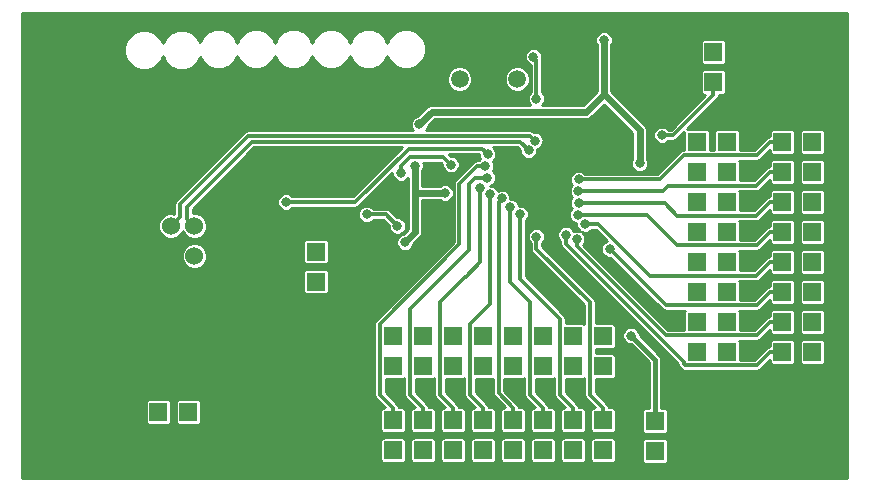
<source format=gbr>
G04 #@! TF.FileFunction,Copper,L1,Top,Signal*
%FSLAX46Y46*%
G04 Gerber Fmt 4.6, Leading zero omitted, Abs format (unit mm)*
G04 Created by KiCad (PCBNEW no-vcs-found-undefined) date Sun Nov 13 20:57:18 2016*
%MOMM*%
%LPD*%
G01*
G04 APERTURE LIST*
%ADD10C,0.150000*%
%ADD11C,2.700020*%
%ADD12C,1.524000*%
%ADD13C,6.000000*%
%ADD14R,1.524000X1.524000*%
%ADD15C,1.501140*%
%ADD16C,0.800000*%
%ADD17C,0.400000*%
%ADD18C,0.300000*%
%ADD19C,0.200000*%
%ADD20C,0.600000*%
%ADD21C,0.800000*%
%ADD22C,0.254000*%
G04 APERTURE END LIST*
D10*
D11*
X10541000Y14701520D03*
X10541000Y26700480D03*
D12*
X13241020Y21971000D03*
X13241020Y19431000D03*
X15240000Y19431000D03*
X15240000Y21971000D03*
D13*
X66040000Y35560000D03*
X5080000Y35560000D03*
X5080000Y5080000D03*
X66040000Y5080000D03*
D14*
X59182000Y34163000D03*
X59182000Y36703000D03*
X60325000Y29083000D03*
X57785000Y29083000D03*
X57785000Y26543000D03*
X60325000Y26543000D03*
X60325000Y24003000D03*
X57785000Y24003000D03*
X57785000Y21463000D03*
X60325000Y21463000D03*
X57785000Y18923000D03*
X60325000Y18923000D03*
X60325000Y16383000D03*
X57785000Y16383000D03*
X60325000Y13843000D03*
X57785000Y13843000D03*
X57785000Y11303000D03*
X60325000Y11303000D03*
X67564000Y29083000D03*
X65024000Y29083000D03*
X67564000Y26543000D03*
X65024000Y26543000D03*
X65024000Y24003000D03*
X67564000Y24003000D03*
X67564000Y21463000D03*
X65024000Y21463000D03*
X65024000Y18923000D03*
X67564000Y18923000D03*
X67564000Y16383000D03*
X65024000Y16383000D03*
X65024000Y13843000D03*
X67564000Y13843000D03*
X65024000Y11303000D03*
X67564000Y11303000D03*
X49847500Y10096500D03*
X49847500Y12636500D03*
X47307500Y12636500D03*
X47307500Y10096500D03*
X44767500Y10096500D03*
X44767500Y12636500D03*
X42227500Y12636500D03*
X42227500Y10096500D03*
X39687500Y10096500D03*
X39687500Y12636500D03*
X37147500Y12636500D03*
X37147500Y10096500D03*
X34607500Y10096500D03*
X34607500Y12636500D03*
X32067500Y12636500D03*
X32067500Y10096500D03*
X49847500Y2984500D03*
X49847500Y5524500D03*
X47307500Y5524500D03*
X47307500Y2984500D03*
X44767500Y2984500D03*
X44767500Y5524500D03*
X42227500Y2984500D03*
X42227500Y5524500D03*
X39687500Y2984500D03*
X39687500Y5524500D03*
X37147500Y5524500D03*
X37147500Y2984500D03*
X34607500Y5524500D03*
X34607500Y2984500D03*
X32067500Y5524500D03*
X32067500Y2984500D03*
X54229000Y5461000D03*
X54229000Y2921000D03*
X14732000Y3683000D03*
X12192000Y3683000D03*
X14732000Y6223000D03*
X12192000Y6223000D03*
X14732000Y8763000D03*
X12192000Y8763000D03*
X22987000Y17272000D03*
X22987000Y19812000D03*
X25527000Y17272000D03*
X25527000Y19812000D03*
X28067000Y17272000D03*
X28067000Y19812000D03*
D15*
X37691060Y34417000D03*
X42572940Y34417000D03*
D16*
X31546800Y31242000D03*
X27983907Y27743693D03*
X17272000Y18745200D03*
X50901600Y18237196D03*
X55312652Y13605860D03*
X50292000Y14986000D03*
X51308000Y14732000D03*
X43561000Y23748996D03*
X43434000Y25527000D03*
X43561000Y26543000D03*
X41783000Y26670000D03*
X42799000Y24511000D03*
X48107600Y28752800D03*
X49580800Y31038800D03*
X42418000Y28194000D03*
X46652261Y28683612D03*
X45084997Y29336997D03*
X44831000Y28480998D03*
X38862000Y30480000D03*
X7620000Y39116000D03*
X8763000Y38100000D03*
X38608000Y39243000D03*
X37338000Y39243000D03*
X36068000Y39116000D03*
X34798000Y39116000D03*
X20701000Y3048000D03*
X22098000Y3429000D03*
X26416000Y3556000D03*
X26543000Y4953000D03*
X33020000Y19304000D03*
X31242000Y18288000D03*
X30099000Y17145000D03*
X30099000Y15748000D03*
X51689000Y36576000D03*
X45720000Y36703000D03*
X38100000Y32766000D03*
X36322000Y33147000D03*
X35052000Y33147000D03*
X51943000Y4445000D03*
X52070000Y5842000D03*
X51943000Y7493000D03*
X51689000Y10922000D03*
X51054000Y11430000D03*
X51435000Y13716000D03*
X45339000Y25400000D03*
X45339000Y26543000D03*
X46355000Y27305000D03*
X33912391Y27066642D03*
X33051780Y20597533D03*
X52933600Y27279602D03*
X34289998Y30584967D03*
X36449002Y24765000D03*
X49911000Y37719000D03*
X54813200Y29667200D03*
X47764043Y25922389D03*
X47735779Y24922776D03*
X47759488Y23923045D03*
X47681352Y22926090D03*
X48310800Y22148800D03*
X50393600Y20015200D03*
X47614228Y20864358D03*
X46685200Y21234400D03*
X44196000Y21082000D03*
X42802615Y22974551D03*
X41991331Y23559223D03*
X41263903Y24309233D03*
X40285763Y24643155D03*
X39445885Y25185952D03*
X40045640Y26060401D03*
X39869006Y27044690D03*
X52197000Y12699994D03*
X32715202Y26466800D03*
X36957000Y27178002D03*
X32408816Y21982416D03*
X29819600Y22961600D03*
X43942000Y36322000D03*
X44196000Y32766000D03*
X40060880Y28041600D03*
X22987000Y24003000D03*
X44069000Y29210000D03*
X43524451Y28371257D03*
D17*
X31546800Y31242000D02*
X33451800Y33147000D01*
X33451800Y33147000D02*
X35052000Y33147000D01*
X23882893Y27743693D02*
X27983907Y27743693D01*
X17272000Y21132800D02*
X23882893Y27743693D01*
X17272000Y18745200D02*
X17272000Y21132800D01*
D18*
X55312652Y13605860D02*
X50901600Y18016912D01*
D19*
X50949068Y18284664D02*
X50901600Y18237196D01*
X50949068Y18399070D02*
X50949068Y18284664D01*
D18*
X50901600Y18016912D02*
X50901600Y18237196D01*
X42799000Y24511000D02*
X43561000Y23749000D01*
X43561000Y23749000D02*
X43561000Y23748996D01*
X41783000Y26670000D02*
X43434000Y26670000D01*
X43434000Y26670000D02*
X43561000Y26543000D01*
X44831000Y29083000D02*
X45084997Y29336997D01*
X44831000Y28480998D02*
X44831000Y29083000D01*
X46355000Y27305000D02*
X46355000Y28386351D01*
X46355000Y28386351D02*
X46652261Y28683612D01*
D19*
X8763000Y38100000D02*
X8636000Y38100000D01*
X8636000Y38100000D02*
X7620000Y39116000D01*
X37338000Y39243000D02*
X38608000Y39243000D01*
X34798000Y39116000D02*
X36068000Y39116000D01*
X22098000Y3429000D02*
X21082000Y3429000D01*
X21082000Y3429000D02*
X20701000Y3048000D01*
X26543000Y4953000D02*
X26543000Y3683000D01*
X26543000Y3683000D02*
X26416000Y3556000D01*
X30099000Y17145000D02*
X31242000Y18288000D01*
X28067000Y17272000D02*
X28067000Y16310000D01*
X28067000Y16310000D02*
X28629000Y15748000D01*
X28629000Y15748000D02*
X30099000Y15748000D01*
X35052000Y33147000D02*
X36322000Y33147000D01*
D18*
X52070000Y5842000D02*
X52070000Y4572000D01*
X52070000Y4572000D02*
X51943000Y4445000D01*
X51689000Y10922000D02*
X51689000Y7747000D01*
X51689000Y7747000D02*
X51943000Y7493000D01*
X51435000Y13716000D02*
X51435000Y11811000D01*
X51435000Y11811000D02*
X51054000Y11430000D01*
X46355000Y27305000D02*
X46101000Y27305000D01*
X46101000Y27305000D02*
X45339000Y26543000D01*
D20*
X33912391Y24895391D02*
X33912391Y27066642D01*
X33909000Y24892000D02*
X33912391Y24895391D01*
X33909000Y21454753D02*
X33051780Y20597533D01*
X33909000Y24892000D02*
X33909000Y21454753D01*
X49911000Y33147000D02*
X52933600Y30124400D01*
X52933600Y30124400D02*
X52933600Y27279602D01*
X35328031Y31623000D02*
X34289998Y30584967D01*
X48387000Y31623000D02*
X35328031Y31623000D01*
X36449002Y24765000D02*
X34036000Y24765000D01*
X34036000Y24765000D02*
X33909000Y24892000D01*
X49911000Y33147000D02*
X49911000Y37719000D01*
X48387000Y31623000D02*
X49911000Y33147000D01*
D21*
X25527000Y19812000D02*
X25527000Y19876002D01*
D18*
X55748200Y29667200D02*
X54813200Y29667200D01*
X59182000Y34163000D02*
X59182000Y33101000D01*
X59182000Y33101000D02*
X55748200Y29667200D01*
X54624389Y25922389D02*
X47764043Y25922389D01*
X63962000Y29083000D02*
X62849999Y27970999D01*
X56672999Y27970999D02*
X54624389Y25922389D01*
X62849999Y27970999D02*
X56672999Y27970999D01*
X65024000Y29083000D02*
X63962000Y29083000D01*
X62819000Y25400000D02*
X55372000Y25400000D01*
X55372000Y25400000D02*
X54894776Y24922776D01*
X54894776Y24922776D02*
X47735779Y24922776D01*
X65024000Y26543000D02*
X63962000Y26543000D01*
X63962000Y26543000D02*
X62819000Y25400000D01*
X62799951Y22840951D02*
X56134000Y22840951D01*
X55051906Y23923045D02*
X47759488Y23923045D01*
X56134000Y22840951D02*
X55051906Y23923045D01*
X63962000Y24003000D02*
X62799951Y22840951D01*
X65024000Y24003000D02*
X63962000Y24003000D01*
X56134000Y20350999D02*
X53558909Y22926090D01*
X63962000Y21463000D02*
X62849999Y20350999D01*
X62849999Y20350999D02*
X56134000Y20350999D01*
X65024000Y21463000D02*
X63962000Y21463000D01*
X53558909Y22926090D02*
X47681352Y22926090D01*
X62819000Y17780000D02*
X53789604Y17780000D01*
X49420804Y22148800D02*
X48310800Y22148800D01*
X53789604Y17780000D02*
X49420804Y22148800D01*
X63962000Y18923000D02*
X62819000Y17780000D01*
X65024000Y18923000D02*
X63962000Y18923000D01*
X55137801Y15270999D02*
X50393600Y20015200D01*
X62849999Y15270999D02*
X55137801Y15270999D01*
X63962000Y16383000D02*
X62849999Y15270999D01*
X65024000Y16383000D02*
X63962000Y16383000D01*
X47614228Y20243609D02*
X47614228Y20864358D01*
X63962000Y13843000D02*
X62849999Y12730999D01*
X62849999Y12730999D02*
X55126838Y12730999D01*
X55126838Y12730999D02*
X47614228Y20243609D01*
X65024000Y13843000D02*
X63962000Y13843000D01*
X63962000Y11303000D02*
X62849999Y10190999D01*
X65024000Y11303000D02*
X63962000Y11303000D01*
X62849999Y10190999D02*
X56742999Y10190999D01*
X56742999Y10190999D02*
X56672999Y10260999D01*
X56672999Y10260999D02*
X56672999Y10477716D01*
X56672999Y10477716D02*
X46685200Y20465515D01*
X46685200Y20465515D02*
X46685200Y21234400D01*
X44196000Y21082000D02*
X44196000Y20066000D01*
X44196000Y20066000D02*
X48735499Y15526501D01*
X48735499Y15526501D02*
X48735499Y7698501D01*
X48735499Y7698501D02*
X49847500Y6586500D01*
X49847500Y6586500D02*
X49847500Y5524500D01*
X46195499Y7698501D02*
X46195499Y14129501D01*
X46195499Y14129501D02*
X42802615Y17522385D01*
X42802615Y17522385D02*
X42802615Y22974551D01*
X47307500Y5524500D02*
X47307500Y6586500D01*
X47307500Y6586500D02*
X46195499Y7698501D01*
X43655499Y7698501D02*
X43655499Y15557500D01*
X43655499Y15557500D02*
X41991331Y17221668D01*
X44767500Y5524500D02*
X44767500Y6586500D01*
X41991331Y17221668D02*
X41991331Y23559223D01*
X44767500Y6586500D02*
X43655499Y7698501D01*
X42227500Y5524500D02*
X42227500Y6586500D01*
X40995600Y24040930D02*
X41263903Y24309233D01*
X42227500Y6586500D02*
X40995600Y7818400D01*
X40995600Y7818400D02*
X40995600Y24040930D01*
X39687500Y6586500D02*
X38575499Y7698501D01*
X39687500Y5524500D02*
X39687500Y6586500D01*
X40285763Y15388765D02*
X40285763Y24643155D01*
X38575499Y7698501D02*
X38575499Y13678501D01*
X38575499Y13678501D02*
X40285763Y15388765D01*
X39445885Y18926765D02*
X39445885Y25185952D01*
X38212611Y17693491D02*
X39445885Y18926765D01*
X36035499Y15548880D02*
X38180110Y17693491D01*
X37147500Y6586500D02*
X36035499Y7698501D01*
X36035499Y7698501D02*
X36035499Y15548880D01*
X37147500Y5524500D02*
X37147500Y6586500D01*
X38180110Y17693491D02*
X38212611Y17693491D01*
X34607500Y5524500D02*
X34607500Y6586500D01*
X33495499Y14953499D02*
X38481000Y19939000D01*
X38481000Y19939000D02*
X38481000Y25517985D01*
X38481000Y25517985D02*
X39023416Y26060401D01*
X33495499Y7698501D02*
X33495499Y14953499D01*
X39023416Y26060401D02*
X40045640Y26060401D01*
X34607500Y6586500D02*
X33495499Y7698501D01*
X37667915Y20428416D02*
X37667915Y25536002D01*
X30955499Y13716000D02*
X37667915Y20428416D01*
X32067500Y6586500D02*
X30955499Y7698501D01*
X37667915Y25536002D02*
X39176603Y27044690D01*
X32067500Y5524500D02*
X32067500Y6586500D01*
X39176603Y27044690D02*
X39869006Y27044690D01*
X30955499Y7698501D02*
X30955499Y13716000D01*
D17*
X54229000Y10667994D02*
X52197000Y12699994D01*
X54229000Y5461000D02*
X54229000Y10667994D01*
D18*
X36318359Y27816643D02*
X33499360Y27816643D01*
X36957000Y27178002D02*
X36318359Y27816643D01*
X33499360Y27816643D02*
X32715202Y27032485D01*
X32715202Y27032485D02*
X32715202Y26466800D01*
X31429632Y22961600D02*
X32408816Y21982416D01*
X29819600Y22961600D02*
X31429632Y22961600D01*
X44196000Y32766000D02*
X44196000Y36068000D01*
X44196000Y36068000D02*
X43942000Y36322000D01*
X39572504Y28529976D02*
X40060880Y28041600D01*
X33388938Y28529976D02*
X39572504Y28529976D01*
X28861962Y24003000D02*
X33388938Y28529976D01*
X22987000Y24003000D02*
X28861962Y24003000D01*
X44069000Y29210000D02*
X43669001Y29609999D01*
X19787190Y29609999D02*
X14020800Y23843609D01*
X43669001Y29609999D02*
X19787190Y29609999D01*
X14020800Y23843609D02*
X14020800Y22750780D01*
X14020800Y22750780D02*
X13241020Y21971000D01*
X15240000Y21971000D02*
X14630400Y22580600D01*
X14630400Y22580600D02*
X14630400Y23622000D01*
X14630400Y23622000D02*
X20116800Y29108400D01*
X20116800Y29108400D02*
X42787308Y29108400D01*
X42787308Y29108400D02*
X43524451Y28371257D01*
D22*
G36*
X70464000Y656000D02*
X656000Y656000D01*
X656000Y3746500D01*
X30972094Y3746500D01*
X30972094Y2222500D01*
X30997473Y2094911D01*
X31069746Y1986746D01*
X31177911Y1914473D01*
X31305500Y1889094D01*
X32829500Y1889094D01*
X32957089Y1914473D01*
X33065254Y1986746D01*
X33137527Y2094911D01*
X33162906Y2222500D01*
X33162906Y3746500D01*
X33512094Y3746500D01*
X33512094Y2222500D01*
X33537473Y2094911D01*
X33609746Y1986746D01*
X33717911Y1914473D01*
X33845500Y1889094D01*
X35369500Y1889094D01*
X35497089Y1914473D01*
X35605254Y1986746D01*
X35677527Y2094911D01*
X35702906Y2222500D01*
X35702906Y3746500D01*
X36052094Y3746500D01*
X36052094Y2222500D01*
X36077473Y2094911D01*
X36149746Y1986746D01*
X36257911Y1914473D01*
X36385500Y1889094D01*
X37909500Y1889094D01*
X38037089Y1914473D01*
X38145254Y1986746D01*
X38217527Y2094911D01*
X38242906Y2222500D01*
X38242906Y3746500D01*
X38592094Y3746500D01*
X38592094Y2222500D01*
X38617473Y2094911D01*
X38689746Y1986746D01*
X38797911Y1914473D01*
X38925500Y1889094D01*
X40449500Y1889094D01*
X40577089Y1914473D01*
X40685254Y1986746D01*
X40757527Y2094911D01*
X40782906Y2222500D01*
X40782906Y3746500D01*
X41132094Y3746500D01*
X41132094Y2222500D01*
X41157473Y2094911D01*
X41229746Y1986746D01*
X41337911Y1914473D01*
X41465500Y1889094D01*
X42989500Y1889094D01*
X43117089Y1914473D01*
X43225254Y1986746D01*
X43297527Y2094911D01*
X43322906Y2222500D01*
X43322906Y3746500D01*
X43672094Y3746500D01*
X43672094Y2222500D01*
X43697473Y2094911D01*
X43769746Y1986746D01*
X43877911Y1914473D01*
X44005500Y1889094D01*
X45529500Y1889094D01*
X45657089Y1914473D01*
X45765254Y1986746D01*
X45837527Y2094911D01*
X45862906Y2222500D01*
X45862906Y3746500D01*
X46212094Y3746500D01*
X46212094Y2222500D01*
X46237473Y2094911D01*
X46309746Y1986746D01*
X46417911Y1914473D01*
X46545500Y1889094D01*
X48069500Y1889094D01*
X48197089Y1914473D01*
X48305254Y1986746D01*
X48377527Y2094911D01*
X48402906Y2222500D01*
X48402906Y3746500D01*
X48752094Y3746500D01*
X48752094Y2222500D01*
X48777473Y2094911D01*
X48849746Y1986746D01*
X48957911Y1914473D01*
X49085500Y1889094D01*
X50609500Y1889094D01*
X50737089Y1914473D01*
X50845254Y1986746D01*
X50917527Y2094911D01*
X50942906Y2222500D01*
X50942906Y3683000D01*
X53133594Y3683000D01*
X53133594Y2159000D01*
X53158973Y2031411D01*
X53231246Y1923246D01*
X53339411Y1850973D01*
X53467000Y1825594D01*
X54991000Y1825594D01*
X55118589Y1850973D01*
X55226754Y1923246D01*
X55299027Y2031411D01*
X55324406Y2159000D01*
X55324406Y3683000D01*
X55299027Y3810589D01*
X55226754Y3918754D01*
X55118589Y3991027D01*
X54991000Y4016406D01*
X53467000Y4016406D01*
X53339411Y3991027D01*
X53231246Y3918754D01*
X53158973Y3810589D01*
X53133594Y3683000D01*
X50942906Y3683000D01*
X50942906Y3746500D01*
X50917527Y3874089D01*
X50845254Y3982254D01*
X50737089Y4054527D01*
X50609500Y4079906D01*
X49085500Y4079906D01*
X48957911Y4054527D01*
X48849746Y3982254D01*
X48777473Y3874089D01*
X48752094Y3746500D01*
X48402906Y3746500D01*
X48377527Y3874089D01*
X48305254Y3982254D01*
X48197089Y4054527D01*
X48069500Y4079906D01*
X46545500Y4079906D01*
X46417911Y4054527D01*
X46309746Y3982254D01*
X46237473Y3874089D01*
X46212094Y3746500D01*
X45862906Y3746500D01*
X45837527Y3874089D01*
X45765254Y3982254D01*
X45657089Y4054527D01*
X45529500Y4079906D01*
X44005500Y4079906D01*
X43877911Y4054527D01*
X43769746Y3982254D01*
X43697473Y3874089D01*
X43672094Y3746500D01*
X43322906Y3746500D01*
X43297527Y3874089D01*
X43225254Y3982254D01*
X43117089Y4054527D01*
X42989500Y4079906D01*
X41465500Y4079906D01*
X41337911Y4054527D01*
X41229746Y3982254D01*
X41157473Y3874089D01*
X41132094Y3746500D01*
X40782906Y3746500D01*
X40757527Y3874089D01*
X40685254Y3982254D01*
X40577089Y4054527D01*
X40449500Y4079906D01*
X38925500Y4079906D01*
X38797911Y4054527D01*
X38689746Y3982254D01*
X38617473Y3874089D01*
X38592094Y3746500D01*
X38242906Y3746500D01*
X38217527Y3874089D01*
X38145254Y3982254D01*
X38037089Y4054527D01*
X37909500Y4079906D01*
X36385500Y4079906D01*
X36257911Y4054527D01*
X36149746Y3982254D01*
X36077473Y3874089D01*
X36052094Y3746500D01*
X35702906Y3746500D01*
X35677527Y3874089D01*
X35605254Y3982254D01*
X35497089Y4054527D01*
X35369500Y4079906D01*
X33845500Y4079906D01*
X33717911Y4054527D01*
X33609746Y3982254D01*
X33537473Y3874089D01*
X33512094Y3746500D01*
X33162906Y3746500D01*
X33137527Y3874089D01*
X33065254Y3982254D01*
X32957089Y4054527D01*
X32829500Y4079906D01*
X31305500Y4079906D01*
X31177911Y4054527D01*
X31069746Y3982254D01*
X30997473Y3874089D01*
X30972094Y3746500D01*
X656000Y3746500D01*
X656000Y6985000D01*
X11096594Y6985000D01*
X11096594Y5461000D01*
X11121973Y5333411D01*
X11194246Y5225246D01*
X11302411Y5152973D01*
X11430000Y5127594D01*
X12954000Y5127594D01*
X13081589Y5152973D01*
X13189754Y5225246D01*
X13262027Y5333411D01*
X13287406Y5461000D01*
X13287406Y6985000D01*
X13636594Y6985000D01*
X13636594Y5461000D01*
X13661973Y5333411D01*
X13734246Y5225246D01*
X13842411Y5152973D01*
X13970000Y5127594D01*
X15494000Y5127594D01*
X15621589Y5152973D01*
X15729754Y5225246D01*
X15802027Y5333411D01*
X15827406Y5461000D01*
X15827406Y6985000D01*
X15802027Y7112589D01*
X15729754Y7220754D01*
X15621589Y7293027D01*
X15494000Y7318406D01*
X13970000Y7318406D01*
X13842411Y7293027D01*
X13734246Y7220754D01*
X13661973Y7112589D01*
X13636594Y6985000D01*
X13287406Y6985000D01*
X13262027Y7112589D01*
X13189754Y7220754D01*
X13081589Y7293027D01*
X12954000Y7318406D01*
X11430000Y7318406D01*
X11302411Y7293027D01*
X11194246Y7220754D01*
X11121973Y7112589D01*
X11096594Y6985000D01*
X656000Y6985000D01*
X656000Y18034000D01*
X24431594Y18034000D01*
X24431594Y16510000D01*
X24456973Y16382411D01*
X24529246Y16274246D01*
X24637411Y16201973D01*
X24765000Y16176594D01*
X26289000Y16176594D01*
X26416589Y16201973D01*
X26524754Y16274246D01*
X26597027Y16382411D01*
X26622406Y16510000D01*
X26622406Y18034000D01*
X26597027Y18161589D01*
X26524754Y18269754D01*
X26416589Y18342027D01*
X26289000Y18367406D01*
X24765000Y18367406D01*
X24637411Y18342027D01*
X24529246Y18269754D01*
X24456973Y18161589D01*
X24431594Y18034000D01*
X656000Y18034000D01*
X656000Y19215335D01*
X14150811Y19215335D01*
X14316252Y18814937D01*
X14622326Y18508329D01*
X15022434Y18342189D01*
X15455665Y18341811D01*
X15856063Y18507252D01*
X16162671Y18813326D01*
X16328811Y19213434D01*
X16329189Y19646665D01*
X16163748Y20047063D01*
X15857674Y20353671D01*
X15457566Y20519811D01*
X15024335Y20520189D01*
X14623937Y20354748D01*
X14317329Y20048674D01*
X14151189Y19648566D01*
X14150811Y19215335D01*
X656000Y19215335D01*
X656000Y20574000D01*
X24431594Y20574000D01*
X24431594Y19050000D01*
X24456973Y18922411D01*
X24529246Y18814246D01*
X24637411Y18741973D01*
X24765000Y18716594D01*
X26289000Y18716594D01*
X26416589Y18741973D01*
X26524754Y18814246D01*
X26597027Y18922411D01*
X26622406Y19050000D01*
X26622406Y20574000D01*
X26597027Y20701589D01*
X26524754Y20809754D01*
X26416589Y20882027D01*
X26289000Y20907406D01*
X24765000Y20907406D01*
X24637411Y20882027D01*
X24529246Y20809754D01*
X24456973Y20701589D01*
X24431594Y20574000D01*
X656000Y20574000D01*
X656000Y21755335D01*
X12151831Y21755335D01*
X12317272Y21354937D01*
X12623346Y21048329D01*
X13023454Y20882189D01*
X13456685Y20881811D01*
X13857083Y21047252D01*
X14163691Y21353326D01*
X14240494Y21538286D01*
X14316252Y21354937D01*
X14622326Y21048329D01*
X15022434Y20882189D01*
X15455665Y20881811D01*
X15856063Y21047252D01*
X16162671Y21353326D01*
X16328811Y21753434D01*
X16329189Y22186665D01*
X16163748Y22587063D01*
X15933588Y22817625D01*
X29092474Y22817625D01*
X29202920Y22550325D01*
X29407250Y22345639D01*
X29674356Y22234726D01*
X29963575Y22234474D01*
X30230875Y22344920D01*
X30370798Y22484600D01*
X31232052Y22484600D01*
X31681861Y22034791D01*
X31681690Y21838441D01*
X31792136Y21571141D01*
X31996466Y21366455D01*
X32263572Y21255542D01*
X32552791Y21255290D01*
X32820091Y21365736D01*
X33024777Y21570066D01*
X33135690Y21837172D01*
X33135942Y22126391D01*
X33025496Y22393691D01*
X32821166Y22598377D01*
X32554060Y22709290D01*
X32356350Y22709462D01*
X31766922Y23298890D01*
X31612172Y23402291D01*
X31429632Y23438600D01*
X30370669Y23438600D01*
X30231950Y23577561D01*
X29964844Y23688474D01*
X29675625Y23688726D01*
X29408325Y23578280D01*
X29203639Y23373950D01*
X29092726Y23106844D01*
X29092474Y22817625D01*
X15933588Y22817625D01*
X15857674Y22893671D01*
X15457566Y23059811D01*
X15107400Y23060117D01*
X15107400Y23424420D01*
X20314380Y28631400D01*
X32815782Y28631400D01*
X28664382Y24480000D01*
X23538069Y24480000D01*
X23399350Y24618961D01*
X23132244Y24729874D01*
X22843025Y24730126D01*
X22575725Y24619680D01*
X22371039Y24415350D01*
X22260126Y24148244D01*
X22259874Y23859025D01*
X22370320Y23591725D01*
X22574650Y23387039D01*
X22841756Y23276126D01*
X23130975Y23275874D01*
X23398275Y23386320D01*
X23538198Y23526000D01*
X28861962Y23526000D01*
X29044502Y23562309D01*
X29199252Y23665710D01*
X31988191Y26454649D01*
X31988076Y26322825D01*
X32098522Y26055525D01*
X32302852Y25850839D01*
X32569958Y25739926D01*
X32859177Y25739674D01*
X33126477Y25850120D01*
X33285391Y26008758D01*
X33285391Y24909048D01*
X33282000Y24892000D01*
X33282000Y21714465D01*
X32881202Y21313667D01*
X32640505Y21214213D01*
X32435819Y21009883D01*
X32324906Y20742777D01*
X32324654Y20453558D01*
X32435100Y20186258D01*
X32639430Y19981572D01*
X32906536Y19870659D01*
X33195755Y19870407D01*
X33463055Y19980853D01*
X33667741Y20185183D01*
X33768291Y20427332D01*
X34352356Y21011397D01*
X34376077Y21046898D01*
X34488272Y21214810D01*
X34536000Y21454753D01*
X34536000Y24138000D01*
X36063237Y24138000D01*
X36303758Y24038126D01*
X36592977Y24037874D01*
X36860277Y24148320D01*
X37064963Y24352650D01*
X37175876Y24619756D01*
X37176128Y24908975D01*
X37065682Y25176275D01*
X36861352Y25380961D01*
X36594246Y25491874D01*
X36305027Y25492126D01*
X36062703Y25392000D01*
X34539391Y25392000D01*
X34539391Y26680877D01*
X34639265Y26921398D01*
X34639517Y27210617D01*
X34586205Y27339643D01*
X36120779Y27339643D01*
X36230045Y27230377D01*
X36229874Y27034027D01*
X36340320Y26766727D01*
X36544650Y26562041D01*
X36811756Y26451128D01*
X37100975Y26450876D01*
X37368275Y26561322D01*
X37572961Y26765652D01*
X37683874Y27032758D01*
X37684126Y27321977D01*
X37573680Y27589277D01*
X37369350Y27793963D01*
X37102244Y27904876D01*
X36904534Y27905048D01*
X36756606Y28052976D01*
X39333889Y28052976D01*
X39333754Y27897625D01*
X39439070Y27642741D01*
X39317808Y27521690D01*
X39176603Y27521690D01*
X38994063Y27485381D01*
X38839313Y27381980D01*
X37330625Y25873292D01*
X37227224Y25718542D01*
X37190915Y25536002D01*
X37190915Y20625996D01*
X30618209Y14053290D01*
X30514808Y13898540D01*
X30478499Y13716000D01*
X30478499Y7698501D01*
X30514808Y7515961D01*
X30618209Y7361211D01*
X31359514Y6619906D01*
X31305500Y6619906D01*
X31177911Y6594527D01*
X31069746Y6522254D01*
X30997473Y6414089D01*
X30972094Y6286500D01*
X30972094Y4762500D01*
X30997473Y4634911D01*
X31069746Y4526746D01*
X31177911Y4454473D01*
X31305500Y4429094D01*
X32829500Y4429094D01*
X32957089Y4454473D01*
X33065254Y4526746D01*
X33137527Y4634911D01*
X33162906Y4762500D01*
X33162906Y6286500D01*
X33137527Y6414089D01*
X33065254Y6522254D01*
X32957089Y6594527D01*
X32829500Y6619906D01*
X32537855Y6619906D01*
X32508191Y6769040D01*
X32404790Y6923790D01*
X31432499Y7896081D01*
X31432499Y9001094D01*
X32829500Y9001094D01*
X32957089Y9026473D01*
X33018499Y9067506D01*
X33018499Y7698501D01*
X33054808Y7515961D01*
X33158209Y7361211D01*
X33899514Y6619906D01*
X33845500Y6619906D01*
X33717911Y6594527D01*
X33609746Y6522254D01*
X33537473Y6414089D01*
X33512094Y6286500D01*
X33512094Y4762500D01*
X33537473Y4634911D01*
X33609746Y4526746D01*
X33717911Y4454473D01*
X33845500Y4429094D01*
X35369500Y4429094D01*
X35497089Y4454473D01*
X35605254Y4526746D01*
X35677527Y4634911D01*
X35702906Y4762500D01*
X35702906Y6286500D01*
X35677527Y6414089D01*
X35605254Y6522254D01*
X35497089Y6594527D01*
X35369500Y6619906D01*
X35077855Y6619906D01*
X35048191Y6769040D01*
X34944790Y6923790D01*
X33972499Y7896081D01*
X33972499Y9001094D01*
X35369500Y9001094D01*
X35497089Y9026473D01*
X35558499Y9067506D01*
X35558499Y7698501D01*
X35594808Y7515961D01*
X35698209Y7361211D01*
X36439514Y6619906D01*
X36385500Y6619906D01*
X36257911Y6594527D01*
X36149746Y6522254D01*
X36077473Y6414089D01*
X36052094Y6286500D01*
X36052094Y4762500D01*
X36077473Y4634911D01*
X36149746Y4526746D01*
X36257911Y4454473D01*
X36385500Y4429094D01*
X37909500Y4429094D01*
X38037089Y4454473D01*
X38145254Y4526746D01*
X38217527Y4634911D01*
X38242906Y4762500D01*
X38242906Y6286500D01*
X38217527Y6414089D01*
X38145254Y6522254D01*
X38037089Y6594527D01*
X37909500Y6619906D01*
X37617855Y6619906D01*
X37588191Y6769040D01*
X37484790Y6923790D01*
X36512499Y7896081D01*
X36512499Y9001094D01*
X37909500Y9001094D01*
X38037089Y9026473D01*
X38098499Y9067506D01*
X38098499Y7698501D01*
X38134808Y7515961D01*
X38238209Y7361211D01*
X38979514Y6619906D01*
X38925500Y6619906D01*
X38797911Y6594527D01*
X38689746Y6522254D01*
X38617473Y6414089D01*
X38592094Y6286500D01*
X38592094Y4762500D01*
X38617473Y4634911D01*
X38689746Y4526746D01*
X38797911Y4454473D01*
X38925500Y4429094D01*
X40449500Y4429094D01*
X40577089Y4454473D01*
X40685254Y4526746D01*
X40757527Y4634911D01*
X40782906Y4762500D01*
X40782906Y6286500D01*
X40757527Y6414089D01*
X40685254Y6522254D01*
X40577089Y6594527D01*
X40449500Y6619906D01*
X40157855Y6619906D01*
X40128191Y6769040D01*
X40024790Y6923790D01*
X39052499Y7896081D01*
X39052499Y9001094D01*
X40449500Y9001094D01*
X40518600Y9014839D01*
X40518600Y7818400D01*
X40554909Y7635860D01*
X40658310Y7481110D01*
X41519514Y6619906D01*
X41465500Y6619906D01*
X41337911Y6594527D01*
X41229746Y6522254D01*
X41157473Y6414089D01*
X41132094Y6286500D01*
X41132094Y4762500D01*
X41157473Y4634911D01*
X41229746Y4526746D01*
X41337911Y4454473D01*
X41465500Y4429094D01*
X42989500Y4429094D01*
X43117089Y4454473D01*
X43225254Y4526746D01*
X43297527Y4634911D01*
X43322906Y4762500D01*
X43322906Y6286500D01*
X43297527Y6414089D01*
X43225254Y6522254D01*
X43117089Y6594527D01*
X42989500Y6619906D01*
X42697855Y6619906D01*
X42668191Y6769040D01*
X42564790Y6923790D01*
X41472600Y8015980D01*
X41472600Y9001094D01*
X42989500Y9001094D01*
X43117089Y9026473D01*
X43178499Y9067506D01*
X43178499Y7698501D01*
X43214808Y7515961D01*
X43318209Y7361211D01*
X44059514Y6619906D01*
X44005500Y6619906D01*
X43877911Y6594527D01*
X43769746Y6522254D01*
X43697473Y6414089D01*
X43672094Y6286500D01*
X43672094Y4762500D01*
X43697473Y4634911D01*
X43769746Y4526746D01*
X43877911Y4454473D01*
X44005500Y4429094D01*
X45529500Y4429094D01*
X45657089Y4454473D01*
X45765254Y4526746D01*
X45837527Y4634911D01*
X45862906Y4762500D01*
X45862906Y6286500D01*
X45837527Y6414089D01*
X45765254Y6522254D01*
X45657089Y6594527D01*
X45529500Y6619906D01*
X45237855Y6619906D01*
X45208191Y6769040D01*
X45104790Y6923790D01*
X44132499Y7896081D01*
X44132499Y9001094D01*
X45529500Y9001094D01*
X45657089Y9026473D01*
X45718499Y9067506D01*
X45718499Y7698501D01*
X45754808Y7515961D01*
X45858209Y7361211D01*
X46599514Y6619906D01*
X46545500Y6619906D01*
X46417911Y6594527D01*
X46309746Y6522254D01*
X46237473Y6414089D01*
X46212094Y6286500D01*
X46212094Y4762500D01*
X46237473Y4634911D01*
X46309746Y4526746D01*
X46417911Y4454473D01*
X46545500Y4429094D01*
X48069500Y4429094D01*
X48197089Y4454473D01*
X48305254Y4526746D01*
X48377527Y4634911D01*
X48402906Y4762500D01*
X48402906Y6286500D01*
X48377527Y6414089D01*
X48305254Y6522254D01*
X48197089Y6594527D01*
X48069500Y6619906D01*
X47777855Y6619906D01*
X47748191Y6769040D01*
X47644790Y6923790D01*
X46672499Y7896081D01*
X46672499Y9001094D01*
X48069500Y9001094D01*
X48197089Y9026473D01*
X48258499Y9067506D01*
X48258499Y7698501D01*
X48294808Y7515961D01*
X48398209Y7361211D01*
X49139514Y6619906D01*
X49085500Y6619906D01*
X48957911Y6594527D01*
X48849746Y6522254D01*
X48777473Y6414089D01*
X48752094Y6286500D01*
X48752094Y4762500D01*
X48777473Y4634911D01*
X48849746Y4526746D01*
X48957911Y4454473D01*
X49085500Y4429094D01*
X50609500Y4429094D01*
X50737089Y4454473D01*
X50845254Y4526746D01*
X50917527Y4634911D01*
X50942906Y4762500D01*
X50942906Y6286500D01*
X50917527Y6414089D01*
X50845254Y6522254D01*
X50737089Y6594527D01*
X50609500Y6619906D01*
X50317855Y6619906D01*
X50288191Y6769040D01*
X50184790Y6923790D01*
X49212499Y7896081D01*
X49212499Y9001094D01*
X50609500Y9001094D01*
X50737089Y9026473D01*
X50845254Y9098746D01*
X50917527Y9206911D01*
X50942906Y9334500D01*
X50942906Y10858500D01*
X50917527Y10986089D01*
X50845254Y11094254D01*
X50737089Y11166527D01*
X50609500Y11191906D01*
X49212499Y11191906D01*
X49212499Y11541094D01*
X50609500Y11541094D01*
X50737089Y11566473D01*
X50845254Y11638746D01*
X50917527Y11746911D01*
X50942906Y11874500D01*
X50942906Y12556019D01*
X51469874Y12556019D01*
X51580320Y12288719D01*
X51784650Y12084033D01*
X52051756Y11973120D01*
X52178695Y11973009D01*
X53702000Y10449704D01*
X53702000Y6556406D01*
X53467000Y6556406D01*
X53339411Y6531027D01*
X53231246Y6458754D01*
X53158973Y6350589D01*
X53133594Y6223000D01*
X53133594Y4699000D01*
X53158973Y4571411D01*
X53231246Y4463246D01*
X53339411Y4390973D01*
X53467000Y4365594D01*
X54991000Y4365594D01*
X55118589Y4390973D01*
X55226754Y4463246D01*
X55299027Y4571411D01*
X55324406Y4699000D01*
X55324406Y6223000D01*
X55299027Y6350589D01*
X55226754Y6458754D01*
X55118589Y6531027D01*
X54991000Y6556406D01*
X54756000Y6556406D01*
X54756000Y10667994D01*
X54724571Y10826000D01*
X54715885Y10869669D01*
X54601645Y11040639D01*
X52924016Y12718268D01*
X52924126Y12843969D01*
X52813680Y13111269D01*
X52609350Y13315955D01*
X52342244Y13426868D01*
X52053025Y13427120D01*
X51785725Y13316674D01*
X51581039Y13112344D01*
X51470126Y12845238D01*
X51469874Y12556019D01*
X50942906Y12556019D01*
X50942906Y13398500D01*
X50917527Y13526089D01*
X50845254Y13634254D01*
X50737089Y13706527D01*
X50609500Y13731906D01*
X49212499Y13731906D01*
X49212499Y15526501D01*
X49176190Y15709041D01*
X49072789Y15863791D01*
X44673000Y20263580D01*
X44673000Y20530931D01*
X44811961Y20669650D01*
X44922874Y20936756D01*
X44923007Y21090425D01*
X45958074Y21090425D01*
X46068520Y20823125D01*
X46208200Y20683202D01*
X46208200Y20465515D01*
X46244509Y20282975D01*
X46347910Y20128225D01*
X56195999Y10280136D01*
X56195999Y10260999D01*
X56232308Y10078459D01*
X56335709Y9923709D01*
X56405709Y9853709D01*
X56560459Y9750308D01*
X56742999Y9713999D01*
X62849999Y9713999D01*
X63032539Y9750308D01*
X63187289Y9853709D01*
X63928594Y10595014D01*
X63928594Y10541000D01*
X63953973Y10413411D01*
X64026246Y10305246D01*
X64134411Y10232973D01*
X64262000Y10207594D01*
X65786000Y10207594D01*
X65913589Y10232973D01*
X66021754Y10305246D01*
X66094027Y10413411D01*
X66119406Y10541000D01*
X66119406Y12065000D01*
X66468594Y12065000D01*
X66468594Y10541000D01*
X66493973Y10413411D01*
X66566246Y10305246D01*
X66674411Y10232973D01*
X66802000Y10207594D01*
X68326000Y10207594D01*
X68453589Y10232973D01*
X68561754Y10305246D01*
X68634027Y10413411D01*
X68659406Y10541000D01*
X68659406Y12065000D01*
X68634027Y12192589D01*
X68561754Y12300754D01*
X68453589Y12373027D01*
X68326000Y12398406D01*
X66802000Y12398406D01*
X66674411Y12373027D01*
X66566246Y12300754D01*
X66493973Y12192589D01*
X66468594Y12065000D01*
X66119406Y12065000D01*
X66094027Y12192589D01*
X66021754Y12300754D01*
X65913589Y12373027D01*
X65786000Y12398406D01*
X64262000Y12398406D01*
X64134411Y12373027D01*
X64026246Y12300754D01*
X63953973Y12192589D01*
X63928594Y12065000D01*
X63928594Y11773355D01*
X63779460Y11743691D01*
X63624710Y11640290D01*
X62652419Y10667999D01*
X61420406Y10667999D01*
X61420406Y12065000D01*
X61395027Y12192589D01*
X61353994Y12253999D01*
X62849999Y12253999D01*
X63032539Y12290308D01*
X63187289Y12393709D01*
X63928594Y13135014D01*
X63928594Y13081000D01*
X63953973Y12953411D01*
X64026246Y12845246D01*
X64134411Y12772973D01*
X64262000Y12747594D01*
X65786000Y12747594D01*
X65913589Y12772973D01*
X66021754Y12845246D01*
X66094027Y12953411D01*
X66119406Y13081000D01*
X66119406Y14605000D01*
X66468594Y14605000D01*
X66468594Y13081000D01*
X66493973Y12953411D01*
X66566246Y12845246D01*
X66674411Y12772973D01*
X66802000Y12747594D01*
X68326000Y12747594D01*
X68453589Y12772973D01*
X68561754Y12845246D01*
X68634027Y12953411D01*
X68659406Y13081000D01*
X68659406Y14605000D01*
X68634027Y14732589D01*
X68561754Y14840754D01*
X68453589Y14913027D01*
X68326000Y14938406D01*
X66802000Y14938406D01*
X66674411Y14913027D01*
X66566246Y14840754D01*
X66493973Y14732589D01*
X66468594Y14605000D01*
X66119406Y14605000D01*
X66094027Y14732589D01*
X66021754Y14840754D01*
X65913589Y14913027D01*
X65786000Y14938406D01*
X64262000Y14938406D01*
X64134411Y14913027D01*
X64026246Y14840754D01*
X63953973Y14732589D01*
X63928594Y14605000D01*
X63928594Y14313355D01*
X63779460Y14283691D01*
X63624710Y14180290D01*
X62652419Y13207999D01*
X61420406Y13207999D01*
X61420406Y14605000D01*
X61395027Y14732589D01*
X61353994Y14793999D01*
X62849999Y14793999D01*
X63032539Y14830308D01*
X63187289Y14933709D01*
X63928594Y15675014D01*
X63928594Y15621000D01*
X63953973Y15493411D01*
X64026246Y15385246D01*
X64134411Y15312973D01*
X64262000Y15287594D01*
X65786000Y15287594D01*
X65913589Y15312973D01*
X66021754Y15385246D01*
X66094027Y15493411D01*
X66119406Y15621000D01*
X66119406Y17145000D01*
X66468594Y17145000D01*
X66468594Y15621000D01*
X66493973Y15493411D01*
X66566246Y15385246D01*
X66674411Y15312973D01*
X66802000Y15287594D01*
X68326000Y15287594D01*
X68453589Y15312973D01*
X68561754Y15385246D01*
X68634027Y15493411D01*
X68659406Y15621000D01*
X68659406Y17145000D01*
X68634027Y17272589D01*
X68561754Y17380754D01*
X68453589Y17453027D01*
X68326000Y17478406D01*
X66802000Y17478406D01*
X66674411Y17453027D01*
X66566246Y17380754D01*
X66493973Y17272589D01*
X66468594Y17145000D01*
X66119406Y17145000D01*
X66094027Y17272589D01*
X66021754Y17380754D01*
X65913589Y17453027D01*
X65786000Y17478406D01*
X64262000Y17478406D01*
X64134411Y17453027D01*
X64026246Y17380754D01*
X63953973Y17272589D01*
X63928594Y17145000D01*
X63928594Y16853355D01*
X63779460Y16823691D01*
X63624710Y16720290D01*
X62652419Y15747999D01*
X61420406Y15747999D01*
X61420406Y17145000D01*
X61395027Y17272589D01*
X61374707Y17303000D01*
X62819000Y17303000D01*
X63001540Y17339309D01*
X63156290Y17442710D01*
X63928594Y18215014D01*
X63928594Y18161000D01*
X63953973Y18033411D01*
X64026246Y17925246D01*
X64134411Y17852973D01*
X64262000Y17827594D01*
X65786000Y17827594D01*
X65913589Y17852973D01*
X66021754Y17925246D01*
X66094027Y18033411D01*
X66119406Y18161000D01*
X66119406Y19685000D01*
X66468594Y19685000D01*
X66468594Y18161000D01*
X66493973Y18033411D01*
X66566246Y17925246D01*
X66674411Y17852973D01*
X66802000Y17827594D01*
X68326000Y17827594D01*
X68453589Y17852973D01*
X68561754Y17925246D01*
X68634027Y18033411D01*
X68659406Y18161000D01*
X68659406Y19685000D01*
X68634027Y19812589D01*
X68561754Y19920754D01*
X68453589Y19993027D01*
X68326000Y20018406D01*
X66802000Y20018406D01*
X66674411Y19993027D01*
X66566246Y19920754D01*
X66493973Y19812589D01*
X66468594Y19685000D01*
X66119406Y19685000D01*
X66094027Y19812589D01*
X66021754Y19920754D01*
X65913589Y19993027D01*
X65786000Y20018406D01*
X64262000Y20018406D01*
X64134411Y19993027D01*
X64026246Y19920754D01*
X63953973Y19812589D01*
X63928594Y19685000D01*
X63928594Y19393355D01*
X63779460Y19363691D01*
X63624710Y19260290D01*
X62621420Y18257000D01*
X61420406Y18257000D01*
X61420406Y19685000D01*
X61395027Y19812589D01*
X61353994Y19873999D01*
X62849999Y19873999D01*
X63032539Y19910308D01*
X63187289Y20013709D01*
X63928594Y20755014D01*
X63928594Y20701000D01*
X63953973Y20573411D01*
X64026246Y20465246D01*
X64134411Y20392973D01*
X64262000Y20367594D01*
X65786000Y20367594D01*
X65913589Y20392973D01*
X66021754Y20465246D01*
X66094027Y20573411D01*
X66119406Y20701000D01*
X66119406Y22225000D01*
X66468594Y22225000D01*
X66468594Y20701000D01*
X66493973Y20573411D01*
X66566246Y20465246D01*
X66674411Y20392973D01*
X66802000Y20367594D01*
X68326000Y20367594D01*
X68453589Y20392973D01*
X68561754Y20465246D01*
X68634027Y20573411D01*
X68659406Y20701000D01*
X68659406Y22225000D01*
X68634027Y22352589D01*
X68561754Y22460754D01*
X68453589Y22533027D01*
X68326000Y22558406D01*
X66802000Y22558406D01*
X66674411Y22533027D01*
X66566246Y22460754D01*
X66493973Y22352589D01*
X66468594Y22225000D01*
X66119406Y22225000D01*
X66094027Y22352589D01*
X66021754Y22460754D01*
X65913589Y22533027D01*
X65786000Y22558406D01*
X64262000Y22558406D01*
X64134411Y22533027D01*
X64026246Y22460754D01*
X63953973Y22352589D01*
X63928594Y22225000D01*
X63928594Y21933355D01*
X63779460Y21903691D01*
X63624710Y21800290D01*
X62652419Y20827999D01*
X61420406Y20827999D01*
X61420406Y22225000D01*
X61395027Y22352589D01*
X61387435Y22363951D01*
X62799951Y22363951D01*
X62982491Y22400260D01*
X63137241Y22503661D01*
X63928594Y23295014D01*
X63928594Y23241000D01*
X63953973Y23113411D01*
X64026246Y23005246D01*
X64134411Y22932973D01*
X64262000Y22907594D01*
X65786000Y22907594D01*
X65913589Y22932973D01*
X66021754Y23005246D01*
X66094027Y23113411D01*
X66119406Y23241000D01*
X66119406Y24765000D01*
X66468594Y24765000D01*
X66468594Y23241000D01*
X66493973Y23113411D01*
X66566246Y23005246D01*
X66674411Y22932973D01*
X66802000Y22907594D01*
X68326000Y22907594D01*
X68453589Y22932973D01*
X68561754Y23005246D01*
X68634027Y23113411D01*
X68659406Y23241000D01*
X68659406Y24765000D01*
X68634027Y24892589D01*
X68561754Y25000754D01*
X68453589Y25073027D01*
X68326000Y25098406D01*
X66802000Y25098406D01*
X66674411Y25073027D01*
X66566246Y25000754D01*
X66493973Y24892589D01*
X66468594Y24765000D01*
X66119406Y24765000D01*
X66094027Y24892589D01*
X66021754Y25000754D01*
X65913589Y25073027D01*
X65786000Y25098406D01*
X64262000Y25098406D01*
X64134411Y25073027D01*
X64026246Y25000754D01*
X63953973Y24892589D01*
X63928594Y24765000D01*
X63928594Y24473355D01*
X63779459Y24443691D01*
X63624710Y24340290D01*
X62602371Y23317951D01*
X61420406Y23317951D01*
X61420406Y24765000D01*
X61395027Y24892589D01*
X61374707Y24923000D01*
X62819000Y24923000D01*
X63001540Y24959309D01*
X63156290Y25062710D01*
X63928594Y25835014D01*
X63928594Y25781000D01*
X63953973Y25653411D01*
X64026246Y25545246D01*
X64134411Y25472973D01*
X64262000Y25447594D01*
X65786000Y25447594D01*
X65913589Y25472973D01*
X66021754Y25545246D01*
X66094027Y25653411D01*
X66119406Y25781000D01*
X66119406Y27305000D01*
X66468594Y27305000D01*
X66468594Y25781000D01*
X66493973Y25653411D01*
X66566246Y25545246D01*
X66674411Y25472973D01*
X66802000Y25447594D01*
X68326000Y25447594D01*
X68453589Y25472973D01*
X68561754Y25545246D01*
X68634027Y25653411D01*
X68659406Y25781000D01*
X68659406Y27305000D01*
X68634027Y27432589D01*
X68561754Y27540754D01*
X68453589Y27613027D01*
X68326000Y27638406D01*
X66802000Y27638406D01*
X66674411Y27613027D01*
X66566246Y27540754D01*
X66493973Y27432589D01*
X66468594Y27305000D01*
X66119406Y27305000D01*
X66094027Y27432589D01*
X66021754Y27540754D01*
X65913589Y27613027D01*
X65786000Y27638406D01*
X64262000Y27638406D01*
X64134411Y27613027D01*
X64026246Y27540754D01*
X63953973Y27432589D01*
X63928594Y27305000D01*
X63928594Y27013355D01*
X63779460Y26983691D01*
X63624710Y26880290D01*
X62621420Y25877000D01*
X61420406Y25877000D01*
X61420406Y27305000D01*
X61395027Y27432589D01*
X61353994Y27493999D01*
X62849999Y27493999D01*
X63032539Y27530308D01*
X63187289Y27633709D01*
X63928594Y28375014D01*
X63928594Y28321000D01*
X63953973Y28193411D01*
X64026246Y28085246D01*
X64134411Y28012973D01*
X64262000Y27987594D01*
X65786000Y27987594D01*
X65913589Y28012973D01*
X66021754Y28085246D01*
X66094027Y28193411D01*
X66119406Y28321000D01*
X66119406Y29845000D01*
X66468594Y29845000D01*
X66468594Y28321000D01*
X66493973Y28193411D01*
X66566246Y28085246D01*
X66674411Y28012973D01*
X66802000Y27987594D01*
X68326000Y27987594D01*
X68453589Y28012973D01*
X68561754Y28085246D01*
X68634027Y28193411D01*
X68659406Y28321000D01*
X68659406Y29845000D01*
X68634027Y29972589D01*
X68561754Y30080754D01*
X68453589Y30153027D01*
X68326000Y30178406D01*
X66802000Y30178406D01*
X66674411Y30153027D01*
X66566246Y30080754D01*
X66493973Y29972589D01*
X66468594Y29845000D01*
X66119406Y29845000D01*
X66094027Y29972589D01*
X66021754Y30080754D01*
X65913589Y30153027D01*
X65786000Y30178406D01*
X64262000Y30178406D01*
X64134411Y30153027D01*
X64026246Y30080754D01*
X63953973Y29972589D01*
X63928594Y29845000D01*
X63928594Y29553355D01*
X63779460Y29523691D01*
X63624710Y29420290D01*
X62652419Y28447999D01*
X61420406Y28447999D01*
X61420406Y29845000D01*
X61395027Y29972589D01*
X61322754Y30080754D01*
X61214589Y30153027D01*
X61087000Y30178406D01*
X59563000Y30178406D01*
X59435411Y30153027D01*
X59327246Y30080754D01*
X59254973Y29972589D01*
X59229594Y29845000D01*
X59229594Y28447999D01*
X58880406Y28447999D01*
X58880406Y29845000D01*
X58855027Y29972589D01*
X58782754Y30080754D01*
X58674589Y30153027D01*
X58547000Y30178406D01*
X57023000Y30178406D01*
X56911884Y30156304D01*
X59519290Y32763710D01*
X59622691Y32918460D01*
X59652355Y33067594D01*
X59944000Y33067594D01*
X60071589Y33092973D01*
X60179754Y33165246D01*
X60252027Y33273411D01*
X60277406Y33401000D01*
X60277406Y34925000D01*
X60252027Y35052589D01*
X60179754Y35160754D01*
X60071589Y35233027D01*
X59944000Y35258406D01*
X58420000Y35258406D01*
X58292411Y35233027D01*
X58184246Y35160754D01*
X58111973Y35052589D01*
X58086594Y34925000D01*
X58086594Y33401000D01*
X58111973Y33273411D01*
X58184246Y33165246D01*
X58292411Y33092973D01*
X58420000Y33067594D01*
X58474014Y33067594D01*
X55550620Y30144200D01*
X55364269Y30144200D01*
X55225550Y30283161D01*
X54958444Y30394074D01*
X54669225Y30394326D01*
X54401925Y30283880D01*
X54197239Y30079550D01*
X54086326Y29812444D01*
X54086074Y29523225D01*
X54196520Y29255925D01*
X54400850Y29051239D01*
X54667956Y28940326D01*
X54957175Y28940074D01*
X55224475Y29050520D01*
X55364398Y29190200D01*
X55748200Y29190200D01*
X55930740Y29226509D01*
X56085490Y29329910D01*
X56711696Y29956116D01*
X56689594Y29845000D01*
X56689594Y28447999D01*
X56672999Y28447999D01*
X56490459Y28411690D01*
X56335709Y28308289D01*
X54426809Y26399389D01*
X48315112Y26399389D01*
X48176393Y26538350D01*
X47909287Y26649263D01*
X47620068Y26649515D01*
X47352768Y26539069D01*
X47148082Y26334739D01*
X47037169Y26067633D01*
X47036917Y25778414D01*
X47147363Y25511114D01*
X47221608Y25436739D01*
X47119818Y25335126D01*
X47008905Y25068020D01*
X47008653Y24778801D01*
X47119099Y24511501D01*
X47219345Y24411081D01*
X47143527Y24335395D01*
X47032614Y24068289D01*
X47032362Y23779070D01*
X47142808Y23511770D01*
X47190832Y23463663D01*
X47065391Y23338440D01*
X46954478Y23071334D01*
X46954226Y22782115D01*
X47064672Y22514815D01*
X47269002Y22310129D01*
X47536108Y22199216D01*
X47583843Y22199174D01*
X47583674Y22004825D01*
X47694120Y21737525D01*
X47897284Y21534007D01*
X47759472Y21591232D01*
X47470253Y21591484D01*
X47345560Y21539962D01*
X47301880Y21645675D01*
X47097550Y21850361D01*
X46830444Y21961274D01*
X46541225Y21961526D01*
X46273925Y21851080D01*
X46069239Y21646750D01*
X45958326Y21379644D01*
X45958074Y21090425D01*
X44923007Y21090425D01*
X44923126Y21225975D01*
X44812680Y21493275D01*
X44608350Y21697961D01*
X44341244Y21808874D01*
X44052025Y21809126D01*
X43784725Y21698680D01*
X43580039Y21494350D01*
X43469126Y21227244D01*
X43468874Y20938025D01*
X43579320Y20670725D01*
X43719000Y20530802D01*
X43719000Y20066000D01*
X43755309Y19883460D01*
X43858710Y19728710D01*
X48258499Y15328921D01*
X48258499Y13665494D01*
X48197089Y13706527D01*
X48069500Y13731906D01*
X46672499Y13731906D01*
X46672499Y14129501D01*
X46636190Y14312041D01*
X46532789Y14466791D01*
X43279615Y17719965D01*
X43279615Y22423482D01*
X43418576Y22562201D01*
X43529489Y22829307D01*
X43529741Y23118526D01*
X43419295Y23385826D01*
X43214965Y23590512D01*
X42947859Y23701425D01*
X42718456Y23701625D01*
X42718457Y23703198D01*
X42608011Y23970498D01*
X42403681Y24175184D01*
X42136575Y24286097D01*
X41990884Y24286224D01*
X41991029Y24453208D01*
X41880583Y24720508D01*
X41676253Y24925194D01*
X41409147Y25036107D01*
X41119928Y25036359D01*
X40940537Y24962236D01*
X40902443Y25054430D01*
X40698113Y25259116D01*
X40431007Y25370029D01*
X40278887Y25370162D01*
X40456915Y25443721D01*
X40661601Y25648051D01*
X40772514Y25915157D01*
X40772766Y26204376D01*
X40662320Y26471676D01*
X40489952Y26644345D01*
X40595880Y26899446D01*
X40596132Y27188665D01*
X40490816Y27443549D01*
X40676841Y27629250D01*
X40787754Y27896356D01*
X40788006Y28185575D01*
X40677560Y28452875D01*
X40499345Y28631400D01*
X42589728Y28631400D01*
X42797496Y28423632D01*
X42797325Y28227282D01*
X42907771Y27959982D01*
X43112101Y27755296D01*
X43379207Y27644383D01*
X43668426Y27644131D01*
X43935726Y27754577D01*
X44140412Y27958907D01*
X44251325Y28226013D01*
X44251563Y28498818D01*
X44480275Y28593320D01*
X44684961Y28797650D01*
X44795874Y29064756D01*
X44796126Y29353975D01*
X44685680Y29621275D01*
X44481350Y29825961D01*
X44214244Y29936874D01*
X44016534Y29937046D01*
X44006291Y29947289D01*
X43851541Y30050690D01*
X43669001Y30086999D01*
X34820192Y30086999D01*
X34905959Y30172617D01*
X35006509Y30414766D01*
X35587743Y30996000D01*
X48387000Y30996000D01*
X48626943Y31043728D01*
X48830356Y31179644D01*
X49911000Y32260288D01*
X52306600Y29864688D01*
X52306600Y27665367D01*
X52206726Y27424846D01*
X52206474Y27135627D01*
X52316920Y26868327D01*
X52521250Y26663641D01*
X52788356Y26552728D01*
X53077575Y26552476D01*
X53344875Y26662922D01*
X53549561Y26867252D01*
X53660474Y27134358D01*
X53660726Y27423577D01*
X53560600Y27665901D01*
X53560600Y30124400D01*
X53512873Y30364342D01*
X53376956Y30567756D01*
X50538000Y33406712D01*
X50538000Y37333235D01*
X50592714Y37465000D01*
X58086594Y37465000D01*
X58086594Y35941000D01*
X58111973Y35813411D01*
X58184246Y35705246D01*
X58292411Y35632973D01*
X58420000Y35607594D01*
X59944000Y35607594D01*
X60071589Y35632973D01*
X60179754Y35705246D01*
X60252027Y35813411D01*
X60277406Y35941000D01*
X60277406Y37465000D01*
X60252027Y37592589D01*
X60179754Y37700754D01*
X60071589Y37773027D01*
X59944000Y37798406D01*
X58420000Y37798406D01*
X58292411Y37773027D01*
X58184246Y37700754D01*
X58111973Y37592589D01*
X58086594Y37465000D01*
X50592714Y37465000D01*
X50637874Y37573756D01*
X50638126Y37862975D01*
X50527680Y38130275D01*
X50323350Y38334961D01*
X50056244Y38445874D01*
X49767025Y38446126D01*
X49499725Y38335680D01*
X49295039Y38131350D01*
X49184126Y37864244D01*
X49183874Y37575025D01*
X49284000Y37332701D01*
X49284000Y33406712D01*
X48127288Y32250000D01*
X44708130Y32250000D01*
X44811961Y32353650D01*
X44922874Y32620756D01*
X44923126Y32909975D01*
X44812680Y33177275D01*
X44673000Y33317198D01*
X44673000Y36068000D01*
X44657037Y36148251D01*
X44668874Y36176756D01*
X44669126Y36465975D01*
X44558680Y36733275D01*
X44354350Y36937961D01*
X44087244Y37048874D01*
X43798025Y37049126D01*
X43530725Y36938680D01*
X43326039Y36734350D01*
X43215126Y36467244D01*
X43214874Y36178025D01*
X43325320Y35910725D01*
X43529650Y35706039D01*
X43719000Y35627413D01*
X43719000Y33317069D01*
X43580039Y33178350D01*
X43469126Y32911244D01*
X43468874Y32622025D01*
X43579320Y32354725D01*
X43683863Y32250000D01*
X35328031Y32250000D01*
X35088088Y32202272D01*
X35009916Y32150039D01*
X34884675Y32066356D01*
X34119420Y31301101D01*
X33878723Y31201647D01*
X33674037Y30997317D01*
X33563124Y30730211D01*
X33562872Y30440992D01*
X33673318Y30173692D01*
X33759860Y30086999D01*
X19787190Y30086999D01*
X19604650Y30050690D01*
X19449900Y29947289D01*
X13683510Y24180899D01*
X13580109Y24026149D01*
X13543800Y23843609D01*
X13543800Y23024427D01*
X13458586Y23059811D01*
X13025355Y23060189D01*
X12624957Y22894748D01*
X12318349Y22588674D01*
X12152209Y22188566D01*
X12151831Y21755335D01*
X656000Y21755335D01*
X656000Y34203598D01*
X36613303Y34203598D01*
X36777008Y33807403D01*
X37079869Y33504013D01*
X37475778Y33339617D01*
X37904462Y33339243D01*
X38300657Y33502948D01*
X38604047Y33805809D01*
X38768443Y34201718D01*
X38768444Y34203598D01*
X41495183Y34203598D01*
X41658888Y33807403D01*
X41961749Y33504013D01*
X42357658Y33339617D01*
X42786342Y33339243D01*
X43182537Y33502948D01*
X43485927Y33805809D01*
X43650323Y34201718D01*
X43650697Y34630402D01*
X43486992Y35026597D01*
X43184131Y35329987D01*
X42788222Y35494383D01*
X42359538Y35494757D01*
X41963343Y35331052D01*
X41659953Y35028191D01*
X41495557Y34632282D01*
X41495183Y34203598D01*
X38768444Y34203598D01*
X38768817Y34630402D01*
X38605112Y35026597D01*
X38302251Y35329987D01*
X37906342Y35494383D01*
X37477658Y35494757D01*
X37081463Y35331052D01*
X36778073Y35028191D01*
X36613677Y34632282D01*
X36613303Y34203598D01*
X656000Y34203598D01*
X656000Y36561388D01*
X9308210Y36561388D01*
X9562980Y35944797D01*
X10034316Y35472638D01*
X10650461Y35216792D01*
X11317612Y35216210D01*
X11934203Y35470980D01*
X12406362Y35942316D01*
X12573094Y36343851D01*
X12737980Y35944797D01*
X13209316Y35472638D01*
X13825461Y35216792D01*
X14492612Y35216210D01*
X15109203Y35470980D01*
X15581362Y35942316D01*
X15729417Y36298872D01*
X15849480Y36008297D01*
X16320816Y35536138D01*
X16936961Y35280292D01*
X17604112Y35279710D01*
X18220703Y35534480D01*
X18692862Y36005816D01*
X18859594Y36407351D01*
X19024480Y36008297D01*
X19495816Y35536138D01*
X20111961Y35280292D01*
X20779112Y35279710D01*
X21395703Y35534480D01*
X21867862Y36005816D01*
X22034594Y36407351D01*
X22199480Y36008297D01*
X22670816Y35536138D01*
X23286961Y35280292D01*
X23954112Y35279710D01*
X24570703Y35534480D01*
X25042862Y36005816D01*
X25209594Y36407351D01*
X25374480Y36008297D01*
X25845816Y35536138D01*
X26461961Y35280292D01*
X27129112Y35279710D01*
X27745703Y35534480D01*
X28217862Y36005816D01*
X28384594Y36407351D01*
X28549480Y36008297D01*
X29020816Y35536138D01*
X29636961Y35280292D01*
X30304112Y35279710D01*
X30920703Y35534480D01*
X31392862Y36005816D01*
X31559594Y36407351D01*
X31724480Y36008297D01*
X32195816Y35536138D01*
X32811961Y35280292D01*
X33479112Y35279710D01*
X34095703Y35534480D01*
X34567862Y36005816D01*
X34823708Y36621961D01*
X34824290Y37289112D01*
X34569520Y37905703D01*
X34098184Y38377862D01*
X33482039Y38633708D01*
X32814888Y38634290D01*
X32198297Y38379520D01*
X31726138Y37908184D01*
X31559406Y37506649D01*
X31394520Y37905703D01*
X30923184Y38377862D01*
X30307039Y38633708D01*
X29639888Y38634290D01*
X29023297Y38379520D01*
X28551138Y37908184D01*
X28384406Y37506649D01*
X28219520Y37905703D01*
X27748184Y38377862D01*
X27132039Y38633708D01*
X26464888Y38634290D01*
X25848297Y38379520D01*
X25376138Y37908184D01*
X25209406Y37506649D01*
X25044520Y37905703D01*
X24573184Y38377862D01*
X23957039Y38633708D01*
X23289888Y38634290D01*
X22673297Y38379520D01*
X22201138Y37908184D01*
X22034406Y37506649D01*
X21869520Y37905703D01*
X21398184Y38377862D01*
X20782039Y38633708D01*
X20114888Y38634290D01*
X19498297Y38379520D01*
X19026138Y37908184D01*
X18859406Y37506649D01*
X18694520Y37905703D01*
X18223184Y38377862D01*
X17607039Y38633708D01*
X16939888Y38634290D01*
X16323297Y38379520D01*
X15851138Y37908184D01*
X15703083Y37551628D01*
X15583020Y37842203D01*
X15111684Y38314362D01*
X14495539Y38570208D01*
X13828388Y38570790D01*
X13211797Y38316020D01*
X12739638Y37844684D01*
X12572906Y37443149D01*
X12408020Y37842203D01*
X11936684Y38314362D01*
X11320539Y38570208D01*
X10653388Y38570790D01*
X10036797Y38316020D01*
X9564638Y37844684D01*
X9308792Y37228539D01*
X9308210Y36561388D01*
X656000Y36561388D01*
X656000Y39984000D01*
X70464000Y39984000D01*
X70464000Y656000D01*
X70464000Y656000D01*
G37*
X70464000Y656000D02*
X656000Y656000D01*
X656000Y3746500D01*
X30972094Y3746500D01*
X30972094Y2222500D01*
X30997473Y2094911D01*
X31069746Y1986746D01*
X31177911Y1914473D01*
X31305500Y1889094D01*
X32829500Y1889094D01*
X32957089Y1914473D01*
X33065254Y1986746D01*
X33137527Y2094911D01*
X33162906Y2222500D01*
X33162906Y3746500D01*
X33512094Y3746500D01*
X33512094Y2222500D01*
X33537473Y2094911D01*
X33609746Y1986746D01*
X33717911Y1914473D01*
X33845500Y1889094D01*
X35369500Y1889094D01*
X35497089Y1914473D01*
X35605254Y1986746D01*
X35677527Y2094911D01*
X35702906Y2222500D01*
X35702906Y3746500D01*
X36052094Y3746500D01*
X36052094Y2222500D01*
X36077473Y2094911D01*
X36149746Y1986746D01*
X36257911Y1914473D01*
X36385500Y1889094D01*
X37909500Y1889094D01*
X38037089Y1914473D01*
X38145254Y1986746D01*
X38217527Y2094911D01*
X38242906Y2222500D01*
X38242906Y3746500D01*
X38592094Y3746500D01*
X38592094Y2222500D01*
X38617473Y2094911D01*
X38689746Y1986746D01*
X38797911Y1914473D01*
X38925500Y1889094D01*
X40449500Y1889094D01*
X40577089Y1914473D01*
X40685254Y1986746D01*
X40757527Y2094911D01*
X40782906Y2222500D01*
X40782906Y3746500D01*
X41132094Y3746500D01*
X41132094Y2222500D01*
X41157473Y2094911D01*
X41229746Y1986746D01*
X41337911Y1914473D01*
X41465500Y1889094D01*
X42989500Y1889094D01*
X43117089Y1914473D01*
X43225254Y1986746D01*
X43297527Y2094911D01*
X43322906Y2222500D01*
X43322906Y3746500D01*
X43672094Y3746500D01*
X43672094Y2222500D01*
X43697473Y2094911D01*
X43769746Y1986746D01*
X43877911Y1914473D01*
X44005500Y1889094D01*
X45529500Y1889094D01*
X45657089Y1914473D01*
X45765254Y1986746D01*
X45837527Y2094911D01*
X45862906Y2222500D01*
X45862906Y3746500D01*
X46212094Y3746500D01*
X46212094Y2222500D01*
X46237473Y2094911D01*
X46309746Y1986746D01*
X46417911Y1914473D01*
X46545500Y1889094D01*
X48069500Y1889094D01*
X48197089Y1914473D01*
X48305254Y1986746D01*
X48377527Y2094911D01*
X48402906Y2222500D01*
X48402906Y3746500D01*
X48752094Y3746500D01*
X48752094Y2222500D01*
X48777473Y2094911D01*
X48849746Y1986746D01*
X48957911Y1914473D01*
X49085500Y1889094D01*
X50609500Y1889094D01*
X50737089Y1914473D01*
X50845254Y1986746D01*
X50917527Y2094911D01*
X50942906Y2222500D01*
X50942906Y3683000D01*
X53133594Y3683000D01*
X53133594Y2159000D01*
X53158973Y2031411D01*
X53231246Y1923246D01*
X53339411Y1850973D01*
X53467000Y1825594D01*
X54991000Y1825594D01*
X55118589Y1850973D01*
X55226754Y1923246D01*
X55299027Y2031411D01*
X55324406Y2159000D01*
X55324406Y3683000D01*
X55299027Y3810589D01*
X55226754Y3918754D01*
X55118589Y3991027D01*
X54991000Y4016406D01*
X53467000Y4016406D01*
X53339411Y3991027D01*
X53231246Y3918754D01*
X53158973Y3810589D01*
X53133594Y3683000D01*
X50942906Y3683000D01*
X50942906Y3746500D01*
X50917527Y3874089D01*
X50845254Y3982254D01*
X50737089Y4054527D01*
X50609500Y4079906D01*
X49085500Y4079906D01*
X48957911Y4054527D01*
X48849746Y3982254D01*
X48777473Y3874089D01*
X48752094Y3746500D01*
X48402906Y3746500D01*
X48377527Y3874089D01*
X48305254Y3982254D01*
X48197089Y4054527D01*
X48069500Y4079906D01*
X46545500Y4079906D01*
X46417911Y4054527D01*
X46309746Y3982254D01*
X46237473Y3874089D01*
X46212094Y3746500D01*
X45862906Y3746500D01*
X45837527Y3874089D01*
X45765254Y3982254D01*
X45657089Y4054527D01*
X45529500Y4079906D01*
X44005500Y4079906D01*
X43877911Y4054527D01*
X43769746Y3982254D01*
X43697473Y3874089D01*
X43672094Y3746500D01*
X43322906Y3746500D01*
X43297527Y3874089D01*
X43225254Y3982254D01*
X43117089Y4054527D01*
X42989500Y4079906D01*
X41465500Y4079906D01*
X41337911Y4054527D01*
X41229746Y3982254D01*
X41157473Y3874089D01*
X41132094Y3746500D01*
X40782906Y3746500D01*
X40757527Y3874089D01*
X40685254Y3982254D01*
X40577089Y4054527D01*
X40449500Y4079906D01*
X38925500Y4079906D01*
X38797911Y4054527D01*
X38689746Y3982254D01*
X38617473Y3874089D01*
X38592094Y3746500D01*
X38242906Y3746500D01*
X38217527Y3874089D01*
X38145254Y3982254D01*
X38037089Y4054527D01*
X37909500Y4079906D01*
X36385500Y4079906D01*
X36257911Y4054527D01*
X36149746Y3982254D01*
X36077473Y3874089D01*
X36052094Y3746500D01*
X35702906Y3746500D01*
X35677527Y3874089D01*
X35605254Y3982254D01*
X35497089Y4054527D01*
X35369500Y4079906D01*
X33845500Y4079906D01*
X33717911Y4054527D01*
X33609746Y3982254D01*
X33537473Y3874089D01*
X33512094Y3746500D01*
X33162906Y3746500D01*
X33137527Y3874089D01*
X33065254Y3982254D01*
X32957089Y4054527D01*
X32829500Y4079906D01*
X31305500Y4079906D01*
X31177911Y4054527D01*
X31069746Y3982254D01*
X30997473Y3874089D01*
X30972094Y3746500D01*
X656000Y3746500D01*
X656000Y6985000D01*
X11096594Y6985000D01*
X11096594Y5461000D01*
X11121973Y5333411D01*
X11194246Y5225246D01*
X11302411Y5152973D01*
X11430000Y5127594D01*
X12954000Y5127594D01*
X13081589Y5152973D01*
X13189754Y5225246D01*
X13262027Y5333411D01*
X13287406Y5461000D01*
X13287406Y6985000D01*
X13636594Y6985000D01*
X13636594Y5461000D01*
X13661973Y5333411D01*
X13734246Y5225246D01*
X13842411Y5152973D01*
X13970000Y5127594D01*
X15494000Y5127594D01*
X15621589Y5152973D01*
X15729754Y5225246D01*
X15802027Y5333411D01*
X15827406Y5461000D01*
X15827406Y6985000D01*
X15802027Y7112589D01*
X15729754Y7220754D01*
X15621589Y7293027D01*
X15494000Y7318406D01*
X13970000Y7318406D01*
X13842411Y7293027D01*
X13734246Y7220754D01*
X13661973Y7112589D01*
X13636594Y6985000D01*
X13287406Y6985000D01*
X13262027Y7112589D01*
X13189754Y7220754D01*
X13081589Y7293027D01*
X12954000Y7318406D01*
X11430000Y7318406D01*
X11302411Y7293027D01*
X11194246Y7220754D01*
X11121973Y7112589D01*
X11096594Y6985000D01*
X656000Y6985000D01*
X656000Y18034000D01*
X24431594Y18034000D01*
X24431594Y16510000D01*
X24456973Y16382411D01*
X24529246Y16274246D01*
X24637411Y16201973D01*
X24765000Y16176594D01*
X26289000Y16176594D01*
X26416589Y16201973D01*
X26524754Y16274246D01*
X26597027Y16382411D01*
X26622406Y16510000D01*
X26622406Y18034000D01*
X26597027Y18161589D01*
X26524754Y18269754D01*
X26416589Y18342027D01*
X26289000Y18367406D01*
X24765000Y18367406D01*
X24637411Y18342027D01*
X24529246Y18269754D01*
X24456973Y18161589D01*
X24431594Y18034000D01*
X656000Y18034000D01*
X656000Y19215335D01*
X14150811Y19215335D01*
X14316252Y18814937D01*
X14622326Y18508329D01*
X15022434Y18342189D01*
X15455665Y18341811D01*
X15856063Y18507252D01*
X16162671Y18813326D01*
X16328811Y19213434D01*
X16329189Y19646665D01*
X16163748Y20047063D01*
X15857674Y20353671D01*
X15457566Y20519811D01*
X15024335Y20520189D01*
X14623937Y20354748D01*
X14317329Y20048674D01*
X14151189Y19648566D01*
X14150811Y19215335D01*
X656000Y19215335D01*
X656000Y20574000D01*
X24431594Y20574000D01*
X24431594Y19050000D01*
X24456973Y18922411D01*
X24529246Y18814246D01*
X24637411Y18741973D01*
X24765000Y18716594D01*
X26289000Y18716594D01*
X26416589Y18741973D01*
X26524754Y18814246D01*
X26597027Y18922411D01*
X26622406Y19050000D01*
X26622406Y20574000D01*
X26597027Y20701589D01*
X26524754Y20809754D01*
X26416589Y20882027D01*
X26289000Y20907406D01*
X24765000Y20907406D01*
X24637411Y20882027D01*
X24529246Y20809754D01*
X24456973Y20701589D01*
X24431594Y20574000D01*
X656000Y20574000D01*
X656000Y21755335D01*
X12151831Y21755335D01*
X12317272Y21354937D01*
X12623346Y21048329D01*
X13023454Y20882189D01*
X13456685Y20881811D01*
X13857083Y21047252D01*
X14163691Y21353326D01*
X14240494Y21538286D01*
X14316252Y21354937D01*
X14622326Y21048329D01*
X15022434Y20882189D01*
X15455665Y20881811D01*
X15856063Y21047252D01*
X16162671Y21353326D01*
X16328811Y21753434D01*
X16329189Y22186665D01*
X16163748Y22587063D01*
X15933588Y22817625D01*
X29092474Y22817625D01*
X29202920Y22550325D01*
X29407250Y22345639D01*
X29674356Y22234726D01*
X29963575Y22234474D01*
X30230875Y22344920D01*
X30370798Y22484600D01*
X31232052Y22484600D01*
X31681861Y22034791D01*
X31681690Y21838441D01*
X31792136Y21571141D01*
X31996466Y21366455D01*
X32263572Y21255542D01*
X32552791Y21255290D01*
X32820091Y21365736D01*
X33024777Y21570066D01*
X33135690Y21837172D01*
X33135942Y22126391D01*
X33025496Y22393691D01*
X32821166Y22598377D01*
X32554060Y22709290D01*
X32356350Y22709462D01*
X31766922Y23298890D01*
X31612172Y23402291D01*
X31429632Y23438600D01*
X30370669Y23438600D01*
X30231950Y23577561D01*
X29964844Y23688474D01*
X29675625Y23688726D01*
X29408325Y23578280D01*
X29203639Y23373950D01*
X29092726Y23106844D01*
X29092474Y22817625D01*
X15933588Y22817625D01*
X15857674Y22893671D01*
X15457566Y23059811D01*
X15107400Y23060117D01*
X15107400Y23424420D01*
X20314380Y28631400D01*
X32815782Y28631400D01*
X28664382Y24480000D01*
X23538069Y24480000D01*
X23399350Y24618961D01*
X23132244Y24729874D01*
X22843025Y24730126D01*
X22575725Y24619680D01*
X22371039Y24415350D01*
X22260126Y24148244D01*
X22259874Y23859025D01*
X22370320Y23591725D01*
X22574650Y23387039D01*
X22841756Y23276126D01*
X23130975Y23275874D01*
X23398275Y23386320D01*
X23538198Y23526000D01*
X28861962Y23526000D01*
X29044502Y23562309D01*
X29199252Y23665710D01*
X31988191Y26454649D01*
X31988076Y26322825D01*
X32098522Y26055525D01*
X32302852Y25850839D01*
X32569958Y25739926D01*
X32859177Y25739674D01*
X33126477Y25850120D01*
X33285391Y26008758D01*
X33285391Y24909048D01*
X33282000Y24892000D01*
X33282000Y21714465D01*
X32881202Y21313667D01*
X32640505Y21214213D01*
X32435819Y21009883D01*
X32324906Y20742777D01*
X32324654Y20453558D01*
X32435100Y20186258D01*
X32639430Y19981572D01*
X32906536Y19870659D01*
X33195755Y19870407D01*
X33463055Y19980853D01*
X33667741Y20185183D01*
X33768291Y20427332D01*
X34352356Y21011397D01*
X34376077Y21046898D01*
X34488272Y21214810D01*
X34536000Y21454753D01*
X34536000Y24138000D01*
X36063237Y24138000D01*
X36303758Y24038126D01*
X36592977Y24037874D01*
X36860277Y24148320D01*
X37064963Y24352650D01*
X37175876Y24619756D01*
X37176128Y24908975D01*
X37065682Y25176275D01*
X36861352Y25380961D01*
X36594246Y25491874D01*
X36305027Y25492126D01*
X36062703Y25392000D01*
X34539391Y25392000D01*
X34539391Y26680877D01*
X34639265Y26921398D01*
X34639517Y27210617D01*
X34586205Y27339643D01*
X36120779Y27339643D01*
X36230045Y27230377D01*
X36229874Y27034027D01*
X36340320Y26766727D01*
X36544650Y26562041D01*
X36811756Y26451128D01*
X37100975Y26450876D01*
X37368275Y26561322D01*
X37572961Y26765652D01*
X37683874Y27032758D01*
X37684126Y27321977D01*
X37573680Y27589277D01*
X37369350Y27793963D01*
X37102244Y27904876D01*
X36904534Y27905048D01*
X36756606Y28052976D01*
X39333889Y28052976D01*
X39333754Y27897625D01*
X39439070Y27642741D01*
X39317808Y27521690D01*
X39176603Y27521690D01*
X38994063Y27485381D01*
X38839313Y27381980D01*
X37330625Y25873292D01*
X37227224Y25718542D01*
X37190915Y25536002D01*
X37190915Y20625996D01*
X30618209Y14053290D01*
X30514808Y13898540D01*
X30478499Y13716000D01*
X30478499Y7698501D01*
X30514808Y7515961D01*
X30618209Y7361211D01*
X31359514Y6619906D01*
X31305500Y6619906D01*
X31177911Y6594527D01*
X31069746Y6522254D01*
X30997473Y6414089D01*
X30972094Y6286500D01*
X30972094Y4762500D01*
X30997473Y4634911D01*
X31069746Y4526746D01*
X31177911Y4454473D01*
X31305500Y4429094D01*
X32829500Y4429094D01*
X32957089Y4454473D01*
X33065254Y4526746D01*
X33137527Y4634911D01*
X33162906Y4762500D01*
X33162906Y6286500D01*
X33137527Y6414089D01*
X33065254Y6522254D01*
X32957089Y6594527D01*
X32829500Y6619906D01*
X32537855Y6619906D01*
X32508191Y6769040D01*
X32404790Y6923790D01*
X31432499Y7896081D01*
X31432499Y9001094D01*
X32829500Y9001094D01*
X32957089Y9026473D01*
X33018499Y9067506D01*
X33018499Y7698501D01*
X33054808Y7515961D01*
X33158209Y7361211D01*
X33899514Y6619906D01*
X33845500Y6619906D01*
X33717911Y6594527D01*
X33609746Y6522254D01*
X33537473Y6414089D01*
X33512094Y6286500D01*
X33512094Y4762500D01*
X33537473Y4634911D01*
X33609746Y4526746D01*
X33717911Y4454473D01*
X33845500Y4429094D01*
X35369500Y4429094D01*
X35497089Y4454473D01*
X35605254Y4526746D01*
X35677527Y4634911D01*
X35702906Y4762500D01*
X35702906Y6286500D01*
X35677527Y6414089D01*
X35605254Y6522254D01*
X35497089Y6594527D01*
X35369500Y6619906D01*
X35077855Y6619906D01*
X35048191Y6769040D01*
X34944790Y6923790D01*
X33972499Y7896081D01*
X33972499Y9001094D01*
X35369500Y9001094D01*
X35497089Y9026473D01*
X35558499Y9067506D01*
X35558499Y7698501D01*
X35594808Y7515961D01*
X35698209Y7361211D01*
X36439514Y6619906D01*
X36385500Y6619906D01*
X36257911Y6594527D01*
X36149746Y6522254D01*
X36077473Y6414089D01*
X36052094Y6286500D01*
X36052094Y4762500D01*
X36077473Y4634911D01*
X36149746Y4526746D01*
X36257911Y4454473D01*
X36385500Y4429094D01*
X37909500Y4429094D01*
X38037089Y4454473D01*
X38145254Y4526746D01*
X38217527Y4634911D01*
X38242906Y4762500D01*
X38242906Y6286500D01*
X38217527Y6414089D01*
X38145254Y6522254D01*
X38037089Y6594527D01*
X37909500Y6619906D01*
X37617855Y6619906D01*
X37588191Y6769040D01*
X37484790Y6923790D01*
X36512499Y7896081D01*
X36512499Y9001094D01*
X37909500Y9001094D01*
X38037089Y9026473D01*
X38098499Y9067506D01*
X38098499Y7698501D01*
X38134808Y7515961D01*
X38238209Y7361211D01*
X38979514Y6619906D01*
X38925500Y6619906D01*
X38797911Y6594527D01*
X38689746Y6522254D01*
X38617473Y6414089D01*
X38592094Y6286500D01*
X38592094Y4762500D01*
X38617473Y4634911D01*
X38689746Y4526746D01*
X38797911Y4454473D01*
X38925500Y4429094D01*
X40449500Y4429094D01*
X40577089Y4454473D01*
X40685254Y4526746D01*
X40757527Y4634911D01*
X40782906Y4762500D01*
X40782906Y6286500D01*
X40757527Y6414089D01*
X40685254Y6522254D01*
X40577089Y6594527D01*
X40449500Y6619906D01*
X40157855Y6619906D01*
X40128191Y6769040D01*
X40024790Y6923790D01*
X39052499Y7896081D01*
X39052499Y9001094D01*
X40449500Y9001094D01*
X40518600Y9014839D01*
X40518600Y7818400D01*
X40554909Y7635860D01*
X40658310Y7481110D01*
X41519514Y6619906D01*
X41465500Y6619906D01*
X41337911Y6594527D01*
X41229746Y6522254D01*
X41157473Y6414089D01*
X41132094Y6286500D01*
X41132094Y4762500D01*
X41157473Y4634911D01*
X41229746Y4526746D01*
X41337911Y4454473D01*
X41465500Y4429094D01*
X42989500Y4429094D01*
X43117089Y4454473D01*
X43225254Y4526746D01*
X43297527Y4634911D01*
X43322906Y4762500D01*
X43322906Y6286500D01*
X43297527Y6414089D01*
X43225254Y6522254D01*
X43117089Y6594527D01*
X42989500Y6619906D01*
X42697855Y6619906D01*
X42668191Y6769040D01*
X42564790Y6923790D01*
X41472600Y8015980D01*
X41472600Y9001094D01*
X42989500Y9001094D01*
X43117089Y9026473D01*
X43178499Y9067506D01*
X43178499Y7698501D01*
X43214808Y7515961D01*
X43318209Y7361211D01*
X44059514Y6619906D01*
X44005500Y6619906D01*
X43877911Y6594527D01*
X43769746Y6522254D01*
X43697473Y6414089D01*
X43672094Y6286500D01*
X43672094Y4762500D01*
X43697473Y4634911D01*
X43769746Y4526746D01*
X43877911Y4454473D01*
X44005500Y4429094D01*
X45529500Y4429094D01*
X45657089Y4454473D01*
X45765254Y4526746D01*
X45837527Y4634911D01*
X45862906Y4762500D01*
X45862906Y6286500D01*
X45837527Y6414089D01*
X45765254Y6522254D01*
X45657089Y6594527D01*
X45529500Y6619906D01*
X45237855Y6619906D01*
X45208191Y6769040D01*
X45104790Y6923790D01*
X44132499Y7896081D01*
X44132499Y9001094D01*
X45529500Y9001094D01*
X45657089Y9026473D01*
X45718499Y9067506D01*
X45718499Y7698501D01*
X45754808Y7515961D01*
X45858209Y7361211D01*
X46599514Y6619906D01*
X46545500Y6619906D01*
X46417911Y6594527D01*
X46309746Y6522254D01*
X46237473Y6414089D01*
X46212094Y6286500D01*
X46212094Y4762500D01*
X46237473Y4634911D01*
X46309746Y4526746D01*
X46417911Y4454473D01*
X46545500Y4429094D01*
X48069500Y4429094D01*
X48197089Y4454473D01*
X48305254Y4526746D01*
X48377527Y4634911D01*
X48402906Y4762500D01*
X48402906Y6286500D01*
X48377527Y6414089D01*
X48305254Y6522254D01*
X48197089Y6594527D01*
X48069500Y6619906D01*
X47777855Y6619906D01*
X47748191Y6769040D01*
X47644790Y6923790D01*
X46672499Y7896081D01*
X46672499Y9001094D01*
X48069500Y9001094D01*
X48197089Y9026473D01*
X48258499Y9067506D01*
X48258499Y7698501D01*
X48294808Y7515961D01*
X48398209Y7361211D01*
X49139514Y6619906D01*
X49085500Y6619906D01*
X48957911Y6594527D01*
X48849746Y6522254D01*
X48777473Y6414089D01*
X48752094Y6286500D01*
X48752094Y4762500D01*
X48777473Y4634911D01*
X48849746Y4526746D01*
X48957911Y4454473D01*
X49085500Y4429094D01*
X50609500Y4429094D01*
X50737089Y4454473D01*
X50845254Y4526746D01*
X50917527Y4634911D01*
X50942906Y4762500D01*
X50942906Y6286500D01*
X50917527Y6414089D01*
X50845254Y6522254D01*
X50737089Y6594527D01*
X50609500Y6619906D01*
X50317855Y6619906D01*
X50288191Y6769040D01*
X50184790Y6923790D01*
X49212499Y7896081D01*
X49212499Y9001094D01*
X50609500Y9001094D01*
X50737089Y9026473D01*
X50845254Y9098746D01*
X50917527Y9206911D01*
X50942906Y9334500D01*
X50942906Y10858500D01*
X50917527Y10986089D01*
X50845254Y11094254D01*
X50737089Y11166527D01*
X50609500Y11191906D01*
X49212499Y11191906D01*
X49212499Y11541094D01*
X50609500Y11541094D01*
X50737089Y11566473D01*
X50845254Y11638746D01*
X50917527Y11746911D01*
X50942906Y11874500D01*
X50942906Y12556019D01*
X51469874Y12556019D01*
X51580320Y12288719D01*
X51784650Y12084033D01*
X52051756Y11973120D01*
X52178695Y11973009D01*
X53702000Y10449704D01*
X53702000Y6556406D01*
X53467000Y6556406D01*
X53339411Y6531027D01*
X53231246Y6458754D01*
X53158973Y6350589D01*
X53133594Y6223000D01*
X53133594Y4699000D01*
X53158973Y4571411D01*
X53231246Y4463246D01*
X53339411Y4390973D01*
X53467000Y4365594D01*
X54991000Y4365594D01*
X55118589Y4390973D01*
X55226754Y4463246D01*
X55299027Y4571411D01*
X55324406Y4699000D01*
X55324406Y6223000D01*
X55299027Y6350589D01*
X55226754Y6458754D01*
X55118589Y6531027D01*
X54991000Y6556406D01*
X54756000Y6556406D01*
X54756000Y10667994D01*
X54724571Y10826000D01*
X54715885Y10869669D01*
X54601645Y11040639D01*
X52924016Y12718268D01*
X52924126Y12843969D01*
X52813680Y13111269D01*
X52609350Y13315955D01*
X52342244Y13426868D01*
X52053025Y13427120D01*
X51785725Y13316674D01*
X51581039Y13112344D01*
X51470126Y12845238D01*
X51469874Y12556019D01*
X50942906Y12556019D01*
X50942906Y13398500D01*
X50917527Y13526089D01*
X50845254Y13634254D01*
X50737089Y13706527D01*
X50609500Y13731906D01*
X49212499Y13731906D01*
X49212499Y15526501D01*
X49176190Y15709041D01*
X49072789Y15863791D01*
X44673000Y20263580D01*
X44673000Y20530931D01*
X44811961Y20669650D01*
X44922874Y20936756D01*
X44923007Y21090425D01*
X45958074Y21090425D01*
X46068520Y20823125D01*
X46208200Y20683202D01*
X46208200Y20465515D01*
X46244509Y20282975D01*
X46347910Y20128225D01*
X56195999Y10280136D01*
X56195999Y10260999D01*
X56232308Y10078459D01*
X56335709Y9923709D01*
X56405709Y9853709D01*
X56560459Y9750308D01*
X56742999Y9713999D01*
X62849999Y9713999D01*
X63032539Y9750308D01*
X63187289Y9853709D01*
X63928594Y10595014D01*
X63928594Y10541000D01*
X63953973Y10413411D01*
X64026246Y10305246D01*
X64134411Y10232973D01*
X64262000Y10207594D01*
X65786000Y10207594D01*
X65913589Y10232973D01*
X66021754Y10305246D01*
X66094027Y10413411D01*
X66119406Y10541000D01*
X66119406Y12065000D01*
X66468594Y12065000D01*
X66468594Y10541000D01*
X66493973Y10413411D01*
X66566246Y10305246D01*
X66674411Y10232973D01*
X66802000Y10207594D01*
X68326000Y10207594D01*
X68453589Y10232973D01*
X68561754Y10305246D01*
X68634027Y10413411D01*
X68659406Y10541000D01*
X68659406Y12065000D01*
X68634027Y12192589D01*
X68561754Y12300754D01*
X68453589Y12373027D01*
X68326000Y12398406D01*
X66802000Y12398406D01*
X66674411Y12373027D01*
X66566246Y12300754D01*
X66493973Y12192589D01*
X66468594Y12065000D01*
X66119406Y12065000D01*
X66094027Y12192589D01*
X66021754Y12300754D01*
X65913589Y12373027D01*
X65786000Y12398406D01*
X64262000Y12398406D01*
X64134411Y12373027D01*
X64026246Y12300754D01*
X63953973Y12192589D01*
X63928594Y12065000D01*
X63928594Y11773355D01*
X63779460Y11743691D01*
X63624710Y11640290D01*
X62652419Y10667999D01*
X61420406Y10667999D01*
X61420406Y12065000D01*
X61395027Y12192589D01*
X61353994Y12253999D01*
X62849999Y12253999D01*
X63032539Y12290308D01*
X63187289Y12393709D01*
X63928594Y13135014D01*
X63928594Y13081000D01*
X63953973Y12953411D01*
X64026246Y12845246D01*
X64134411Y12772973D01*
X64262000Y12747594D01*
X65786000Y12747594D01*
X65913589Y12772973D01*
X66021754Y12845246D01*
X66094027Y12953411D01*
X66119406Y13081000D01*
X66119406Y14605000D01*
X66468594Y14605000D01*
X66468594Y13081000D01*
X66493973Y12953411D01*
X66566246Y12845246D01*
X66674411Y12772973D01*
X66802000Y12747594D01*
X68326000Y12747594D01*
X68453589Y12772973D01*
X68561754Y12845246D01*
X68634027Y12953411D01*
X68659406Y13081000D01*
X68659406Y14605000D01*
X68634027Y14732589D01*
X68561754Y14840754D01*
X68453589Y14913027D01*
X68326000Y14938406D01*
X66802000Y14938406D01*
X66674411Y14913027D01*
X66566246Y14840754D01*
X66493973Y14732589D01*
X66468594Y14605000D01*
X66119406Y14605000D01*
X66094027Y14732589D01*
X66021754Y14840754D01*
X65913589Y14913027D01*
X65786000Y14938406D01*
X64262000Y14938406D01*
X64134411Y14913027D01*
X64026246Y14840754D01*
X63953973Y14732589D01*
X63928594Y14605000D01*
X63928594Y14313355D01*
X63779460Y14283691D01*
X63624710Y14180290D01*
X62652419Y13207999D01*
X61420406Y13207999D01*
X61420406Y14605000D01*
X61395027Y14732589D01*
X61353994Y14793999D01*
X62849999Y14793999D01*
X63032539Y14830308D01*
X63187289Y14933709D01*
X63928594Y15675014D01*
X63928594Y15621000D01*
X63953973Y15493411D01*
X64026246Y15385246D01*
X64134411Y15312973D01*
X64262000Y15287594D01*
X65786000Y15287594D01*
X65913589Y15312973D01*
X66021754Y15385246D01*
X66094027Y15493411D01*
X66119406Y15621000D01*
X66119406Y17145000D01*
X66468594Y17145000D01*
X66468594Y15621000D01*
X66493973Y15493411D01*
X66566246Y15385246D01*
X66674411Y15312973D01*
X66802000Y15287594D01*
X68326000Y15287594D01*
X68453589Y15312973D01*
X68561754Y15385246D01*
X68634027Y15493411D01*
X68659406Y15621000D01*
X68659406Y17145000D01*
X68634027Y17272589D01*
X68561754Y17380754D01*
X68453589Y17453027D01*
X68326000Y17478406D01*
X66802000Y17478406D01*
X66674411Y17453027D01*
X66566246Y17380754D01*
X66493973Y17272589D01*
X66468594Y17145000D01*
X66119406Y17145000D01*
X66094027Y17272589D01*
X66021754Y17380754D01*
X65913589Y17453027D01*
X65786000Y17478406D01*
X64262000Y17478406D01*
X64134411Y17453027D01*
X64026246Y17380754D01*
X63953973Y17272589D01*
X63928594Y17145000D01*
X63928594Y16853355D01*
X63779460Y16823691D01*
X63624710Y16720290D01*
X62652419Y15747999D01*
X61420406Y15747999D01*
X61420406Y17145000D01*
X61395027Y17272589D01*
X61374707Y17303000D01*
X62819000Y17303000D01*
X63001540Y17339309D01*
X63156290Y17442710D01*
X63928594Y18215014D01*
X63928594Y18161000D01*
X63953973Y18033411D01*
X64026246Y17925246D01*
X64134411Y17852973D01*
X64262000Y17827594D01*
X65786000Y17827594D01*
X65913589Y17852973D01*
X66021754Y17925246D01*
X66094027Y18033411D01*
X66119406Y18161000D01*
X66119406Y19685000D01*
X66468594Y19685000D01*
X66468594Y18161000D01*
X66493973Y18033411D01*
X66566246Y17925246D01*
X66674411Y17852973D01*
X66802000Y17827594D01*
X68326000Y17827594D01*
X68453589Y17852973D01*
X68561754Y17925246D01*
X68634027Y18033411D01*
X68659406Y18161000D01*
X68659406Y19685000D01*
X68634027Y19812589D01*
X68561754Y19920754D01*
X68453589Y19993027D01*
X68326000Y20018406D01*
X66802000Y20018406D01*
X66674411Y19993027D01*
X66566246Y19920754D01*
X66493973Y19812589D01*
X66468594Y19685000D01*
X66119406Y19685000D01*
X66094027Y19812589D01*
X66021754Y19920754D01*
X65913589Y19993027D01*
X65786000Y20018406D01*
X64262000Y20018406D01*
X64134411Y19993027D01*
X64026246Y19920754D01*
X63953973Y19812589D01*
X63928594Y19685000D01*
X63928594Y19393355D01*
X63779460Y19363691D01*
X63624710Y19260290D01*
X62621420Y18257000D01*
X61420406Y18257000D01*
X61420406Y19685000D01*
X61395027Y19812589D01*
X61353994Y19873999D01*
X62849999Y19873999D01*
X63032539Y19910308D01*
X63187289Y20013709D01*
X63928594Y20755014D01*
X63928594Y20701000D01*
X63953973Y20573411D01*
X64026246Y20465246D01*
X64134411Y20392973D01*
X64262000Y20367594D01*
X65786000Y20367594D01*
X65913589Y20392973D01*
X66021754Y20465246D01*
X66094027Y20573411D01*
X66119406Y20701000D01*
X66119406Y22225000D01*
X66468594Y22225000D01*
X66468594Y20701000D01*
X66493973Y20573411D01*
X66566246Y20465246D01*
X66674411Y20392973D01*
X66802000Y20367594D01*
X68326000Y20367594D01*
X68453589Y20392973D01*
X68561754Y20465246D01*
X68634027Y20573411D01*
X68659406Y20701000D01*
X68659406Y22225000D01*
X68634027Y22352589D01*
X68561754Y22460754D01*
X68453589Y22533027D01*
X68326000Y22558406D01*
X66802000Y22558406D01*
X66674411Y22533027D01*
X66566246Y22460754D01*
X66493973Y22352589D01*
X66468594Y22225000D01*
X66119406Y22225000D01*
X66094027Y22352589D01*
X66021754Y22460754D01*
X65913589Y22533027D01*
X65786000Y22558406D01*
X64262000Y22558406D01*
X64134411Y22533027D01*
X64026246Y22460754D01*
X63953973Y22352589D01*
X63928594Y22225000D01*
X63928594Y21933355D01*
X63779460Y21903691D01*
X63624710Y21800290D01*
X62652419Y20827999D01*
X61420406Y20827999D01*
X61420406Y22225000D01*
X61395027Y22352589D01*
X61387435Y22363951D01*
X62799951Y22363951D01*
X62982491Y22400260D01*
X63137241Y22503661D01*
X63928594Y23295014D01*
X63928594Y23241000D01*
X63953973Y23113411D01*
X64026246Y23005246D01*
X64134411Y22932973D01*
X64262000Y22907594D01*
X65786000Y22907594D01*
X65913589Y22932973D01*
X66021754Y23005246D01*
X66094027Y23113411D01*
X66119406Y23241000D01*
X66119406Y24765000D01*
X66468594Y24765000D01*
X66468594Y23241000D01*
X66493973Y23113411D01*
X66566246Y23005246D01*
X66674411Y22932973D01*
X66802000Y22907594D01*
X68326000Y22907594D01*
X68453589Y22932973D01*
X68561754Y23005246D01*
X68634027Y23113411D01*
X68659406Y23241000D01*
X68659406Y24765000D01*
X68634027Y24892589D01*
X68561754Y25000754D01*
X68453589Y25073027D01*
X68326000Y25098406D01*
X66802000Y25098406D01*
X66674411Y25073027D01*
X66566246Y25000754D01*
X66493973Y24892589D01*
X66468594Y24765000D01*
X66119406Y24765000D01*
X66094027Y24892589D01*
X66021754Y25000754D01*
X65913589Y25073027D01*
X65786000Y25098406D01*
X64262000Y25098406D01*
X64134411Y25073027D01*
X64026246Y25000754D01*
X63953973Y24892589D01*
X63928594Y24765000D01*
X63928594Y24473355D01*
X63779459Y24443691D01*
X63624710Y24340290D01*
X62602371Y23317951D01*
X61420406Y23317951D01*
X61420406Y24765000D01*
X61395027Y24892589D01*
X61374707Y24923000D01*
X62819000Y24923000D01*
X63001540Y24959309D01*
X63156290Y25062710D01*
X63928594Y25835014D01*
X63928594Y25781000D01*
X63953973Y25653411D01*
X64026246Y25545246D01*
X64134411Y25472973D01*
X64262000Y25447594D01*
X65786000Y25447594D01*
X65913589Y25472973D01*
X66021754Y25545246D01*
X66094027Y25653411D01*
X66119406Y25781000D01*
X66119406Y27305000D01*
X66468594Y27305000D01*
X66468594Y25781000D01*
X66493973Y25653411D01*
X66566246Y25545246D01*
X66674411Y25472973D01*
X66802000Y25447594D01*
X68326000Y25447594D01*
X68453589Y25472973D01*
X68561754Y25545246D01*
X68634027Y25653411D01*
X68659406Y25781000D01*
X68659406Y27305000D01*
X68634027Y27432589D01*
X68561754Y27540754D01*
X68453589Y27613027D01*
X68326000Y27638406D01*
X66802000Y27638406D01*
X66674411Y27613027D01*
X66566246Y27540754D01*
X66493973Y27432589D01*
X66468594Y27305000D01*
X66119406Y27305000D01*
X66094027Y27432589D01*
X66021754Y27540754D01*
X65913589Y27613027D01*
X65786000Y27638406D01*
X64262000Y27638406D01*
X64134411Y27613027D01*
X64026246Y27540754D01*
X63953973Y27432589D01*
X63928594Y27305000D01*
X63928594Y27013355D01*
X63779460Y26983691D01*
X63624710Y26880290D01*
X62621420Y25877000D01*
X61420406Y25877000D01*
X61420406Y27305000D01*
X61395027Y27432589D01*
X61353994Y27493999D01*
X62849999Y27493999D01*
X63032539Y27530308D01*
X63187289Y27633709D01*
X63928594Y28375014D01*
X63928594Y28321000D01*
X63953973Y28193411D01*
X64026246Y28085246D01*
X64134411Y28012973D01*
X64262000Y27987594D01*
X65786000Y27987594D01*
X65913589Y28012973D01*
X66021754Y28085246D01*
X66094027Y28193411D01*
X66119406Y28321000D01*
X66119406Y29845000D01*
X66468594Y29845000D01*
X66468594Y28321000D01*
X66493973Y28193411D01*
X66566246Y28085246D01*
X66674411Y28012973D01*
X66802000Y27987594D01*
X68326000Y27987594D01*
X68453589Y28012973D01*
X68561754Y28085246D01*
X68634027Y28193411D01*
X68659406Y28321000D01*
X68659406Y29845000D01*
X68634027Y29972589D01*
X68561754Y30080754D01*
X68453589Y30153027D01*
X68326000Y30178406D01*
X66802000Y30178406D01*
X66674411Y30153027D01*
X66566246Y30080754D01*
X66493973Y29972589D01*
X66468594Y29845000D01*
X66119406Y29845000D01*
X66094027Y29972589D01*
X66021754Y30080754D01*
X65913589Y30153027D01*
X65786000Y30178406D01*
X64262000Y30178406D01*
X64134411Y30153027D01*
X64026246Y30080754D01*
X63953973Y29972589D01*
X63928594Y29845000D01*
X63928594Y29553355D01*
X63779460Y29523691D01*
X63624710Y29420290D01*
X62652419Y28447999D01*
X61420406Y28447999D01*
X61420406Y29845000D01*
X61395027Y29972589D01*
X61322754Y30080754D01*
X61214589Y30153027D01*
X61087000Y30178406D01*
X59563000Y30178406D01*
X59435411Y30153027D01*
X59327246Y30080754D01*
X59254973Y29972589D01*
X59229594Y29845000D01*
X59229594Y28447999D01*
X58880406Y28447999D01*
X58880406Y29845000D01*
X58855027Y29972589D01*
X58782754Y30080754D01*
X58674589Y30153027D01*
X58547000Y30178406D01*
X57023000Y30178406D01*
X56911884Y30156304D01*
X59519290Y32763710D01*
X59622691Y32918460D01*
X59652355Y33067594D01*
X59944000Y33067594D01*
X60071589Y33092973D01*
X60179754Y33165246D01*
X60252027Y33273411D01*
X60277406Y33401000D01*
X60277406Y34925000D01*
X60252027Y35052589D01*
X60179754Y35160754D01*
X60071589Y35233027D01*
X59944000Y35258406D01*
X58420000Y35258406D01*
X58292411Y35233027D01*
X58184246Y35160754D01*
X58111973Y35052589D01*
X58086594Y34925000D01*
X58086594Y33401000D01*
X58111973Y33273411D01*
X58184246Y33165246D01*
X58292411Y33092973D01*
X58420000Y33067594D01*
X58474014Y33067594D01*
X55550620Y30144200D01*
X55364269Y30144200D01*
X55225550Y30283161D01*
X54958444Y30394074D01*
X54669225Y30394326D01*
X54401925Y30283880D01*
X54197239Y30079550D01*
X54086326Y29812444D01*
X54086074Y29523225D01*
X54196520Y29255925D01*
X54400850Y29051239D01*
X54667956Y28940326D01*
X54957175Y28940074D01*
X55224475Y29050520D01*
X55364398Y29190200D01*
X55748200Y29190200D01*
X55930740Y29226509D01*
X56085490Y29329910D01*
X56711696Y29956116D01*
X56689594Y29845000D01*
X56689594Y28447999D01*
X56672999Y28447999D01*
X56490459Y28411690D01*
X56335709Y28308289D01*
X54426809Y26399389D01*
X48315112Y26399389D01*
X48176393Y26538350D01*
X47909287Y26649263D01*
X47620068Y26649515D01*
X47352768Y26539069D01*
X47148082Y26334739D01*
X47037169Y26067633D01*
X47036917Y25778414D01*
X47147363Y25511114D01*
X47221608Y25436739D01*
X47119818Y25335126D01*
X47008905Y25068020D01*
X47008653Y24778801D01*
X47119099Y24511501D01*
X47219345Y24411081D01*
X47143527Y24335395D01*
X47032614Y24068289D01*
X47032362Y23779070D01*
X47142808Y23511770D01*
X47190832Y23463663D01*
X47065391Y23338440D01*
X46954478Y23071334D01*
X46954226Y22782115D01*
X47064672Y22514815D01*
X47269002Y22310129D01*
X47536108Y22199216D01*
X47583843Y22199174D01*
X47583674Y22004825D01*
X47694120Y21737525D01*
X47897284Y21534007D01*
X47759472Y21591232D01*
X47470253Y21591484D01*
X47345560Y21539962D01*
X47301880Y21645675D01*
X47097550Y21850361D01*
X46830444Y21961274D01*
X46541225Y21961526D01*
X46273925Y21851080D01*
X46069239Y21646750D01*
X45958326Y21379644D01*
X45958074Y21090425D01*
X44923007Y21090425D01*
X44923126Y21225975D01*
X44812680Y21493275D01*
X44608350Y21697961D01*
X44341244Y21808874D01*
X44052025Y21809126D01*
X43784725Y21698680D01*
X43580039Y21494350D01*
X43469126Y21227244D01*
X43468874Y20938025D01*
X43579320Y20670725D01*
X43719000Y20530802D01*
X43719000Y20066000D01*
X43755309Y19883460D01*
X43858710Y19728710D01*
X48258499Y15328921D01*
X48258499Y13665494D01*
X48197089Y13706527D01*
X48069500Y13731906D01*
X46672499Y13731906D01*
X46672499Y14129501D01*
X46636190Y14312041D01*
X46532789Y14466791D01*
X43279615Y17719965D01*
X43279615Y22423482D01*
X43418576Y22562201D01*
X43529489Y22829307D01*
X43529741Y23118526D01*
X43419295Y23385826D01*
X43214965Y23590512D01*
X42947859Y23701425D01*
X42718456Y23701625D01*
X42718457Y23703198D01*
X42608011Y23970498D01*
X42403681Y24175184D01*
X42136575Y24286097D01*
X41990884Y24286224D01*
X41991029Y24453208D01*
X41880583Y24720508D01*
X41676253Y24925194D01*
X41409147Y25036107D01*
X41119928Y25036359D01*
X40940537Y24962236D01*
X40902443Y25054430D01*
X40698113Y25259116D01*
X40431007Y25370029D01*
X40278887Y25370162D01*
X40456915Y25443721D01*
X40661601Y25648051D01*
X40772514Y25915157D01*
X40772766Y26204376D01*
X40662320Y26471676D01*
X40489952Y26644345D01*
X40595880Y26899446D01*
X40596132Y27188665D01*
X40490816Y27443549D01*
X40676841Y27629250D01*
X40787754Y27896356D01*
X40788006Y28185575D01*
X40677560Y28452875D01*
X40499345Y28631400D01*
X42589728Y28631400D01*
X42797496Y28423632D01*
X42797325Y28227282D01*
X42907771Y27959982D01*
X43112101Y27755296D01*
X43379207Y27644383D01*
X43668426Y27644131D01*
X43935726Y27754577D01*
X44140412Y27958907D01*
X44251325Y28226013D01*
X44251563Y28498818D01*
X44480275Y28593320D01*
X44684961Y28797650D01*
X44795874Y29064756D01*
X44796126Y29353975D01*
X44685680Y29621275D01*
X44481350Y29825961D01*
X44214244Y29936874D01*
X44016534Y29937046D01*
X44006291Y29947289D01*
X43851541Y30050690D01*
X43669001Y30086999D01*
X34820192Y30086999D01*
X34905959Y30172617D01*
X35006509Y30414766D01*
X35587743Y30996000D01*
X48387000Y30996000D01*
X48626943Y31043728D01*
X48830356Y31179644D01*
X49911000Y32260288D01*
X52306600Y29864688D01*
X52306600Y27665367D01*
X52206726Y27424846D01*
X52206474Y27135627D01*
X52316920Y26868327D01*
X52521250Y26663641D01*
X52788356Y26552728D01*
X53077575Y26552476D01*
X53344875Y26662922D01*
X53549561Y26867252D01*
X53660474Y27134358D01*
X53660726Y27423577D01*
X53560600Y27665901D01*
X53560600Y30124400D01*
X53512873Y30364342D01*
X53376956Y30567756D01*
X50538000Y33406712D01*
X50538000Y37333235D01*
X50592714Y37465000D01*
X58086594Y37465000D01*
X58086594Y35941000D01*
X58111973Y35813411D01*
X58184246Y35705246D01*
X58292411Y35632973D01*
X58420000Y35607594D01*
X59944000Y35607594D01*
X60071589Y35632973D01*
X60179754Y35705246D01*
X60252027Y35813411D01*
X60277406Y35941000D01*
X60277406Y37465000D01*
X60252027Y37592589D01*
X60179754Y37700754D01*
X60071589Y37773027D01*
X59944000Y37798406D01*
X58420000Y37798406D01*
X58292411Y37773027D01*
X58184246Y37700754D01*
X58111973Y37592589D01*
X58086594Y37465000D01*
X50592714Y37465000D01*
X50637874Y37573756D01*
X50638126Y37862975D01*
X50527680Y38130275D01*
X50323350Y38334961D01*
X50056244Y38445874D01*
X49767025Y38446126D01*
X49499725Y38335680D01*
X49295039Y38131350D01*
X49184126Y37864244D01*
X49183874Y37575025D01*
X49284000Y37332701D01*
X49284000Y33406712D01*
X48127288Y32250000D01*
X44708130Y32250000D01*
X44811961Y32353650D01*
X44922874Y32620756D01*
X44923126Y32909975D01*
X44812680Y33177275D01*
X44673000Y33317198D01*
X44673000Y36068000D01*
X44657037Y36148251D01*
X44668874Y36176756D01*
X44669126Y36465975D01*
X44558680Y36733275D01*
X44354350Y36937961D01*
X44087244Y37048874D01*
X43798025Y37049126D01*
X43530725Y36938680D01*
X43326039Y36734350D01*
X43215126Y36467244D01*
X43214874Y36178025D01*
X43325320Y35910725D01*
X43529650Y35706039D01*
X43719000Y35627413D01*
X43719000Y33317069D01*
X43580039Y33178350D01*
X43469126Y32911244D01*
X43468874Y32622025D01*
X43579320Y32354725D01*
X43683863Y32250000D01*
X35328031Y32250000D01*
X35088088Y32202272D01*
X35009916Y32150039D01*
X34884675Y32066356D01*
X34119420Y31301101D01*
X33878723Y31201647D01*
X33674037Y30997317D01*
X33563124Y30730211D01*
X33562872Y30440992D01*
X33673318Y30173692D01*
X33759860Y30086999D01*
X19787190Y30086999D01*
X19604650Y30050690D01*
X19449900Y29947289D01*
X13683510Y24180899D01*
X13580109Y24026149D01*
X13543800Y23843609D01*
X13543800Y23024427D01*
X13458586Y23059811D01*
X13025355Y23060189D01*
X12624957Y22894748D01*
X12318349Y22588674D01*
X12152209Y22188566D01*
X12151831Y21755335D01*
X656000Y21755335D01*
X656000Y34203598D01*
X36613303Y34203598D01*
X36777008Y33807403D01*
X37079869Y33504013D01*
X37475778Y33339617D01*
X37904462Y33339243D01*
X38300657Y33502948D01*
X38604047Y33805809D01*
X38768443Y34201718D01*
X38768444Y34203598D01*
X41495183Y34203598D01*
X41658888Y33807403D01*
X41961749Y33504013D01*
X42357658Y33339617D01*
X42786342Y33339243D01*
X43182537Y33502948D01*
X43485927Y33805809D01*
X43650323Y34201718D01*
X43650697Y34630402D01*
X43486992Y35026597D01*
X43184131Y35329987D01*
X42788222Y35494383D01*
X42359538Y35494757D01*
X41963343Y35331052D01*
X41659953Y35028191D01*
X41495557Y34632282D01*
X41495183Y34203598D01*
X38768444Y34203598D01*
X38768817Y34630402D01*
X38605112Y35026597D01*
X38302251Y35329987D01*
X37906342Y35494383D01*
X37477658Y35494757D01*
X37081463Y35331052D01*
X36778073Y35028191D01*
X36613677Y34632282D01*
X36613303Y34203598D01*
X656000Y34203598D01*
X656000Y36561388D01*
X9308210Y36561388D01*
X9562980Y35944797D01*
X10034316Y35472638D01*
X10650461Y35216792D01*
X11317612Y35216210D01*
X11934203Y35470980D01*
X12406362Y35942316D01*
X12573094Y36343851D01*
X12737980Y35944797D01*
X13209316Y35472638D01*
X13825461Y35216792D01*
X14492612Y35216210D01*
X15109203Y35470980D01*
X15581362Y35942316D01*
X15729417Y36298872D01*
X15849480Y36008297D01*
X16320816Y35536138D01*
X16936961Y35280292D01*
X17604112Y35279710D01*
X18220703Y35534480D01*
X18692862Y36005816D01*
X18859594Y36407351D01*
X19024480Y36008297D01*
X19495816Y35536138D01*
X20111961Y35280292D01*
X20779112Y35279710D01*
X21395703Y35534480D01*
X21867862Y36005816D01*
X22034594Y36407351D01*
X22199480Y36008297D01*
X22670816Y35536138D01*
X23286961Y35280292D01*
X23954112Y35279710D01*
X24570703Y35534480D01*
X25042862Y36005816D01*
X25209594Y36407351D01*
X25374480Y36008297D01*
X25845816Y35536138D01*
X26461961Y35280292D01*
X27129112Y35279710D01*
X27745703Y35534480D01*
X28217862Y36005816D01*
X28384594Y36407351D01*
X28549480Y36008297D01*
X29020816Y35536138D01*
X29636961Y35280292D01*
X30304112Y35279710D01*
X30920703Y35534480D01*
X31392862Y36005816D01*
X31559594Y36407351D01*
X31724480Y36008297D01*
X32195816Y35536138D01*
X32811961Y35280292D01*
X33479112Y35279710D01*
X34095703Y35534480D01*
X34567862Y36005816D01*
X34823708Y36621961D01*
X34824290Y37289112D01*
X34569520Y37905703D01*
X34098184Y38377862D01*
X33482039Y38633708D01*
X32814888Y38634290D01*
X32198297Y38379520D01*
X31726138Y37908184D01*
X31559406Y37506649D01*
X31394520Y37905703D01*
X30923184Y38377862D01*
X30307039Y38633708D01*
X29639888Y38634290D01*
X29023297Y38379520D01*
X28551138Y37908184D01*
X28384406Y37506649D01*
X28219520Y37905703D01*
X27748184Y38377862D01*
X27132039Y38633708D01*
X26464888Y38634290D01*
X25848297Y38379520D01*
X25376138Y37908184D01*
X25209406Y37506649D01*
X25044520Y37905703D01*
X24573184Y38377862D01*
X23957039Y38633708D01*
X23289888Y38634290D01*
X22673297Y38379520D01*
X22201138Y37908184D01*
X22034406Y37506649D01*
X21869520Y37905703D01*
X21398184Y38377862D01*
X20782039Y38633708D01*
X20114888Y38634290D01*
X19498297Y38379520D01*
X19026138Y37908184D01*
X18859406Y37506649D01*
X18694520Y37905703D01*
X18223184Y38377862D01*
X17607039Y38633708D01*
X16939888Y38634290D01*
X16323297Y38379520D01*
X15851138Y37908184D01*
X15703083Y37551628D01*
X15583020Y37842203D01*
X15111684Y38314362D01*
X14495539Y38570208D01*
X13828388Y38570790D01*
X13211797Y38316020D01*
X12739638Y37844684D01*
X12572906Y37443149D01*
X12408020Y37842203D01*
X11936684Y38314362D01*
X11320539Y38570208D01*
X10653388Y38570790D01*
X10036797Y38316020D01*
X9564638Y37844684D01*
X9308792Y37228539D01*
X9308210Y36561388D01*
X656000Y36561388D01*
X656000Y39984000D01*
X70464000Y39984000D01*
X70464000Y656000D01*
G36*
X50181038Y20713986D02*
X49982325Y20631880D01*
X49777639Y20427550D01*
X49666726Y20160444D01*
X49666474Y19871225D01*
X49776920Y19603925D01*
X49981250Y19399239D01*
X50248356Y19288326D01*
X50446066Y19288154D01*
X54800511Y14933709D01*
X54955260Y14830308D01*
X55137801Y14793999D01*
X56756006Y14793999D01*
X56714973Y14732589D01*
X56689594Y14605000D01*
X56689594Y13207999D01*
X55324418Y13207999D01*
X48155234Y20377183D01*
X48230189Y20452008D01*
X48341102Y20719114D01*
X48341354Y21008333D01*
X48230908Y21275633D01*
X48027744Y21479151D01*
X48165556Y21421926D01*
X48454775Y21421674D01*
X48722075Y21532120D01*
X48861998Y21671800D01*
X49223224Y21671800D01*
X50181038Y20713986D01*
X50181038Y20713986D01*
G37*
X50181038Y20713986D02*
X49982325Y20631880D01*
X49777639Y20427550D01*
X49666726Y20160444D01*
X49666474Y19871225D01*
X49776920Y19603925D01*
X49981250Y19399239D01*
X50248356Y19288326D01*
X50446066Y19288154D01*
X54800511Y14933709D01*
X54955260Y14830308D01*
X55137801Y14793999D01*
X56756006Y14793999D01*
X56714973Y14732589D01*
X56689594Y14605000D01*
X56689594Y13207999D01*
X55324418Y13207999D01*
X48155234Y20377183D01*
X48230189Y20452008D01*
X48341102Y20719114D01*
X48341354Y21008333D01*
X48230908Y21275633D01*
X48027744Y21479151D01*
X48165556Y21421926D01*
X48454775Y21421674D01*
X48722075Y21532120D01*
X48861998Y21671800D01*
X49223224Y21671800D01*
X50181038Y20713986D01*
M02*

</source>
